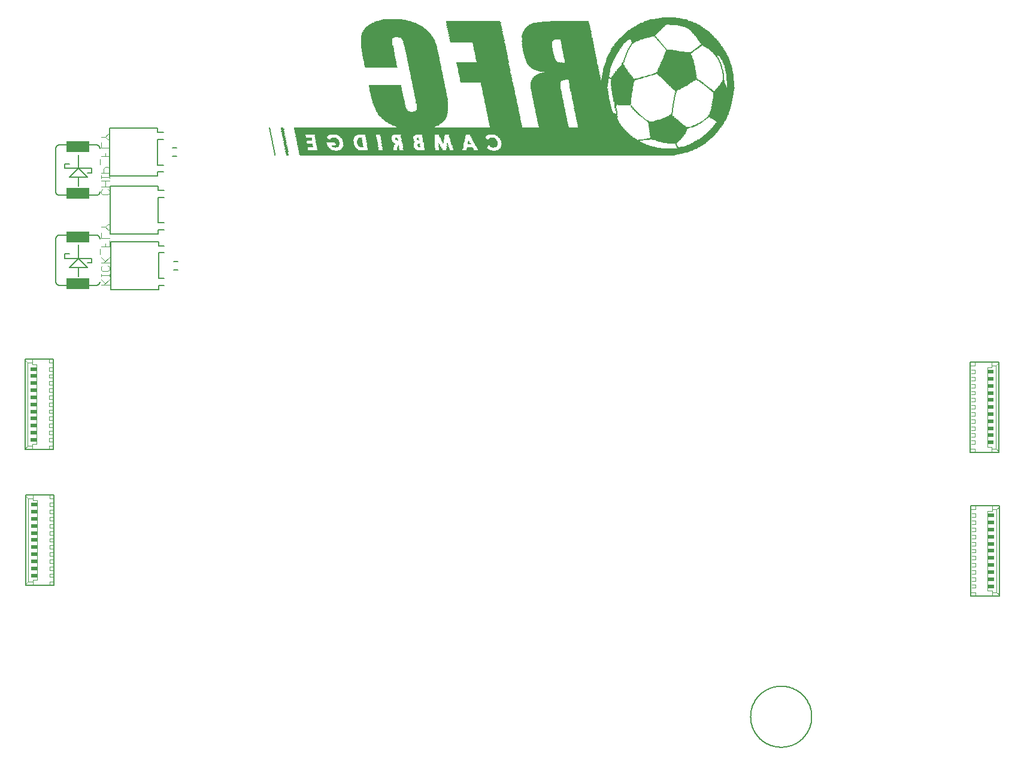
<source format=gbo>
G75*
%MOIN*%
%OFA0B0*%
%FSLAX25Y25*%
%IPPOS*%
%LPD*%
%AMOC8*
5,1,8,0,0,1.08239X$1,22.5*
%
%ADD10R,2.08750X0.00250*%
%ADD11R,0.01500X0.00250*%
%ADD12R,0.00500X0.00250*%
%ADD13R,2.09750X0.00250*%
%ADD14R,2.10500X0.00250*%
%ADD15R,2.11750X0.00250*%
%ADD16R,0.00750X0.00250*%
%ADD17R,2.13250X0.00250*%
%ADD18R,2.14500X0.00250*%
%ADD19R,2.15500X0.00250*%
%ADD20R,2.16500X0.00250*%
%ADD21R,2.17250X0.00250*%
%ADD22R,0.01750X0.00250*%
%ADD23R,2.18000X0.00250*%
%ADD24R,1.08750X0.00250*%
%ADD25R,0.86000X0.00250*%
%ADD26R,0.19750X0.00250*%
%ADD27R,1.08500X0.00250*%
%ADD28R,0.07000X0.00250*%
%ADD29R,0.04250X0.00250*%
%ADD30R,0.05000X0.00250*%
%ADD31R,0.02250X0.00250*%
%ADD32R,0.06000X0.00250*%
%ADD33R,0.08500X0.00250*%
%ADD34R,0.05750X0.00250*%
%ADD35R,0.06500X0.00250*%
%ADD36R,0.12000X0.00250*%
%ADD37R,0.05250X0.00250*%
%ADD38R,0.04000X0.00250*%
%ADD39R,0.02000X0.00250*%
%ADD40R,0.07500X0.00250*%
%ADD41R,0.06250X0.00250*%
%ADD42R,0.10250X0.00250*%
%ADD43R,0.08000X0.00250*%
%ADD44R,0.05500X0.00250*%
%ADD45R,1.09000X0.00250*%
%ADD46R,0.03750X0.00250*%
%ADD47R,0.01250X0.00250*%
%ADD48R,0.09500X0.00250*%
%ADD49R,1.09250X0.00250*%
%ADD50R,0.08750X0.00250*%
%ADD51R,0.07250X0.00250*%
%ADD52R,0.15750X0.00250*%
%ADD53R,0.92250X0.00250*%
%ADD54R,0.03500X0.00250*%
%ADD55R,0.06750X0.00250*%
%ADD56R,0.01000X0.00250*%
%ADD57R,0.08250X0.00250*%
%ADD58R,0.11500X0.00250*%
%ADD59R,0.89500X0.00250*%
%ADD60R,0.07750X0.00250*%
%ADD61R,0.87000X0.00250*%
%ADD62R,0.03000X0.00250*%
%ADD63R,0.10750X0.00250*%
%ADD64R,0.85750X0.00250*%
%ADD65R,0.09750X0.00250*%
%ADD66R,0.84500X0.00250*%
%ADD67R,0.03250X0.00250*%
%ADD68R,0.09000X0.00250*%
%ADD69R,0.83750X0.00250*%
%ADD70R,0.02500X0.00250*%
%ADD71R,0.82750X0.00250*%
%ADD72R,0.00250X0.00250*%
%ADD73R,0.81750X0.00250*%
%ADD74R,0.12500X0.00250*%
%ADD75R,0.81250X0.00250*%
%ADD76R,0.02750X0.00250*%
%ADD77R,0.80500X0.00250*%
%ADD78R,0.12750X0.00250*%
%ADD79R,0.79750X0.00250*%
%ADD80R,0.79500X0.00250*%
%ADD81R,0.13000X0.00250*%
%ADD82R,0.79000X0.00250*%
%ADD83R,0.78500X0.00250*%
%ADD84R,0.13250X0.00250*%
%ADD85R,0.78000X0.00250*%
%ADD86R,0.10500X0.00250*%
%ADD87R,0.77500X0.00250*%
%ADD88R,0.77250X0.00250*%
%ADD89R,0.13500X0.00250*%
%ADD90R,0.79250X0.00250*%
%ADD91R,0.14750X0.00250*%
%ADD92R,0.04750X0.00250*%
%ADD93R,0.76250X0.00250*%
%ADD94R,0.75750X0.00250*%
%ADD95R,0.04500X0.00250*%
%ADD96R,0.20750X0.00250*%
%ADD97R,0.19250X0.00250*%
%ADD98R,0.75250X0.00250*%
%ADD99R,0.17750X0.00250*%
%ADD100R,0.17500X0.00250*%
%ADD101R,0.75000X0.00250*%
%ADD102R,0.18000X0.00250*%
%ADD103R,0.18250X0.00250*%
%ADD104R,0.18500X0.00250*%
%ADD105R,0.74750X0.00250*%
%ADD106R,0.09250X0.00250*%
%ADD107R,0.19000X0.00250*%
%ADD108R,0.10000X0.00250*%
%ADD109R,0.11250X0.00250*%
%ADD110R,0.75500X0.00250*%
%ADD111R,0.85000X0.00250*%
%ADD112R,0.19500X0.00250*%
%ADD113R,1.86000X0.00250*%
%ADD114R,1.85750X0.00250*%
%ADD115R,1.85500X0.00250*%
%ADD116R,0.20000X0.00250*%
%ADD117R,1.85250X0.00250*%
%ADD118R,0.20250X0.00250*%
%ADD119R,0.20500X0.00250*%
%ADD120R,1.85000X0.00250*%
%ADD121R,1.84750X0.00250*%
%ADD122R,1.84500X0.00250*%
%ADD123R,1.84250X0.00250*%
%ADD124R,0.21000X0.00250*%
%ADD125R,1.84000X0.00250*%
%ADD126R,0.21500X0.00250*%
%ADD127R,1.83750X0.00250*%
%ADD128R,1.83500X0.00250*%
%ADD129R,0.22000X0.00250*%
%ADD130R,1.83250X0.00250*%
%ADD131R,0.23000X0.00250*%
%ADD132R,0.23750X0.00250*%
%ADD133R,0.24750X0.00250*%
%ADD134R,0.16750X0.00250*%
%ADD135R,0.24500X0.00250*%
%ADD136R,0.21250X0.00250*%
%ADD137R,0.22250X0.00250*%
%ADD138R,0.16500X0.00250*%
%ADD139R,0.23500X0.00250*%
%ADD140R,0.24250X0.00250*%
%ADD141R,0.24000X0.00250*%
%ADD142R,0.25750X0.00250*%
%ADD143R,0.26750X0.00250*%
%ADD144R,0.27500X0.00250*%
%ADD145R,0.18750X0.00250*%
%ADD146R,0.28250X0.00250*%
%ADD147R,0.29000X0.00250*%
%ADD148R,0.30000X0.00250*%
%ADD149R,0.23250X0.00250*%
%ADD150R,0.30750X0.00250*%
%ADD151R,0.31250X0.00250*%
%ADD152R,0.15250X0.00250*%
%ADD153R,0.32000X0.00250*%
%ADD154R,0.14250X0.00250*%
%ADD155R,0.32500X0.00250*%
%ADD156R,0.33250X0.00250*%
%ADD157R,0.11750X0.00250*%
%ADD158R,0.33750X0.00250*%
%ADD159R,0.34000X0.00250*%
%ADD160R,0.34500X0.00250*%
%ADD161R,0.35250X0.00250*%
%ADD162R,0.35500X0.00250*%
%ADD163R,0.36000X0.00250*%
%ADD164R,0.36250X0.00250*%
%ADD165R,0.11000X0.00250*%
%ADD166R,0.36750X0.00250*%
%ADD167R,0.37000X0.00250*%
%ADD168R,0.37500X0.00250*%
%ADD169R,0.37750X0.00250*%
%ADD170R,0.38000X0.00250*%
%ADD171R,0.38250X0.00250*%
%ADD172R,0.38500X0.00250*%
%ADD173R,0.38750X0.00250*%
%ADD174R,0.39250X0.00250*%
%ADD175R,0.39500X0.00250*%
%ADD176R,0.17250X0.00250*%
%ADD177R,0.12250X0.00250*%
%ADD178R,0.21750X0.00250*%
%ADD179R,0.16000X0.00250*%
%ADD180R,0.17000X0.00250*%
%ADD181R,0.29250X0.00250*%
%ADD182R,0.37250X0.00250*%
%ADD183R,0.36500X0.00250*%
%ADD184R,0.35750X0.00250*%
%ADD185R,0.34750X0.00250*%
%ADD186R,0.33500X0.00250*%
%ADD187R,0.32750X0.00250*%
%ADD188R,0.22750X0.00250*%
%ADD189R,0.31750X0.00250*%
%ADD190R,0.34250X0.00250*%
%ADD191R,0.35000X0.00250*%
%ADD192R,0.39000X0.00250*%
%ADD193R,0.16250X0.00250*%
%ADD194R,0.15000X0.00250*%
%ADD195R,0.14500X0.00250*%
%ADD196R,0.30250X0.00250*%
%ADD197R,0.30500X0.00250*%
%ADD198R,0.14000X0.00250*%
%ADD199R,0.15500X0.00250*%
%ADD200R,0.39750X0.00250*%
%ADD201R,0.33000X0.00250*%
%ADD202R,0.29750X0.00250*%
%ADD203R,0.26500X0.00250*%
%ADD204R,0.25500X0.00250*%
%ADD205R,0.31000X0.00250*%
%ADD206R,0.29500X0.00250*%
%ADD207R,0.28750X0.00250*%
%ADD208R,0.27250X0.00250*%
%ADD209R,0.26000X0.00250*%
%ADD210R,0.13750X0.00250*%
%ADD211C,0.00500*%
%ADD212C,0.00400*%
%ADD213R,0.12600X0.06000*%
%ADD214C,0.00600*%
%ADD215C,0.00800*%
%ADD216C,0.00200*%
%ADD217R,0.03445X0.01969*%
D10*
X0743583Y0392100D03*
D11*
X0733458Y0398600D03*
X0721708Y0396350D03*
X0721708Y0396100D03*
X0721708Y0395850D03*
X0717458Y0395850D03*
X0717458Y0396100D03*
X0718708Y0400600D03*
X0718708Y0400850D03*
X0705708Y0397100D03*
X0705458Y0397350D03*
X0705458Y0397600D03*
X0705458Y0397850D03*
X0705458Y0398100D03*
X0694208Y0395100D03*
X0693208Y0400850D03*
X0632458Y0392850D03*
X0632458Y0392600D03*
X0632458Y0392350D03*
X0632458Y0392100D03*
X0632208Y0393100D03*
X0632208Y0393350D03*
X0632208Y0393600D03*
X0632208Y0393850D03*
X0631958Y0394600D03*
X0631958Y0394850D03*
X0631958Y0395100D03*
X0631708Y0395850D03*
X0631708Y0396100D03*
X0631708Y0396350D03*
X0631458Y0396850D03*
X0631458Y0397100D03*
X0631458Y0397350D03*
X0631458Y0397600D03*
X0631208Y0398100D03*
X0631208Y0398350D03*
X0631208Y0398600D03*
X0631208Y0398850D03*
X0630958Y0399350D03*
X0630958Y0399600D03*
X0630958Y0399850D03*
X0630958Y0400100D03*
X0630708Y0400600D03*
X0630708Y0400850D03*
X0630708Y0401100D03*
X0630708Y0401350D03*
X0630458Y0401850D03*
X0630458Y0402100D03*
X0630458Y0402350D03*
X0630208Y0403100D03*
X0630208Y0403350D03*
X0630208Y0403600D03*
X0630208Y0403850D03*
X0629958Y0404350D03*
X0629958Y0404600D03*
X0629958Y0404850D03*
X0629708Y0405600D03*
X0629708Y0405850D03*
X0629708Y0406100D03*
X0629458Y0406850D03*
X0629458Y0407100D03*
X0629458Y0407350D03*
X0818958Y0442350D03*
X0848708Y0428100D03*
X0868958Y0427850D03*
X0874958Y0433100D03*
X0871458Y0447600D03*
X0861958Y0452850D03*
X0861708Y0452600D03*
X0857708Y0449600D03*
D12*
X0843208Y0451100D03*
X0842958Y0451350D03*
X0842708Y0451600D03*
X0841708Y0452850D03*
X0841458Y0453100D03*
X0840208Y0454600D03*
X0821208Y0448850D03*
X0820958Y0448600D03*
X0820958Y0448350D03*
X0820958Y0448100D03*
X0820708Y0447850D03*
X0820708Y0447600D03*
X0820708Y0447350D03*
X0820458Y0446850D03*
X0820458Y0446600D03*
X0820208Y0446100D03*
X0848208Y0425850D03*
X0848208Y0425600D03*
X0847958Y0425100D03*
X0847958Y0424850D03*
X0847958Y0424600D03*
X0847708Y0424100D03*
X0847708Y0423850D03*
X0847708Y0423600D03*
X0847708Y0423350D03*
X0847708Y0423100D03*
X0847458Y0422350D03*
X0847458Y0422100D03*
X0847458Y0421850D03*
X0847208Y0420850D03*
X0847208Y0420600D03*
X0847208Y0420350D03*
X0847208Y0420100D03*
X0846958Y0419100D03*
X0846958Y0418850D03*
X0846958Y0418600D03*
X0846708Y0417350D03*
X0846708Y0417100D03*
X0846708Y0416850D03*
X0846708Y0416600D03*
X0846458Y0415850D03*
X0846458Y0415600D03*
X0846458Y0415350D03*
X0831458Y0412100D03*
X0815708Y0415600D03*
X0815708Y0415850D03*
X0848708Y0398100D03*
X0848958Y0397600D03*
X0874958Y0435600D03*
X0874958Y0435850D03*
X0874958Y0436100D03*
X0874958Y0436350D03*
X0874958Y0436600D03*
X0874958Y0436850D03*
X0874958Y0437100D03*
X0874958Y0437350D03*
X0874958Y0437600D03*
X0874708Y0438100D03*
X0874708Y0438350D03*
X0874708Y0438600D03*
X0874708Y0438850D03*
X0874458Y0439600D03*
X0874458Y0439850D03*
X0874208Y0440350D03*
X0874208Y0440600D03*
X0874208Y0440850D03*
X0873958Y0441350D03*
X0873958Y0441600D03*
X0873708Y0442100D03*
X0873708Y0442350D03*
X0873708Y0442600D03*
X0873458Y0443100D03*
X0872708Y0444850D03*
X0872458Y0445350D03*
X0872208Y0445850D03*
X0871958Y0446350D03*
X0785208Y0443600D03*
X0721458Y0398600D03*
X0721458Y0398350D03*
X0721458Y0398100D03*
X0718958Y0399100D03*
X0716958Y0398100D03*
X0716958Y0397850D03*
X0705208Y0401600D03*
X0694208Y0397100D03*
X0694208Y0396850D03*
X0625458Y0392600D03*
X0625458Y0392350D03*
X0625458Y0392100D03*
X0625208Y0393600D03*
X0625208Y0393850D03*
X0624958Y0394850D03*
X0624958Y0395100D03*
X0624708Y0396100D03*
X0624708Y0396350D03*
X0624458Y0397100D03*
X0624458Y0397350D03*
X0624458Y0397600D03*
X0624208Y0398350D03*
X0624208Y0398600D03*
X0624208Y0398850D03*
X0623958Y0399600D03*
X0623958Y0399850D03*
X0623958Y0400100D03*
X0623708Y0400850D03*
X0623708Y0401100D03*
X0623708Y0401350D03*
X0623458Y0402100D03*
X0623458Y0402350D03*
X0623208Y0403350D03*
X0623208Y0403600D03*
X0623208Y0403850D03*
X0622958Y0404600D03*
X0622958Y0404850D03*
X0622708Y0405850D03*
X0622708Y0406100D03*
X0622458Y0406850D03*
X0622458Y0407100D03*
X0622458Y0407350D03*
D13*
X0744083Y0392350D03*
D14*
X0744208Y0392600D03*
D15*
X0744833Y0392850D03*
D16*
X0733333Y0399600D03*
X0721583Y0397850D03*
X0721583Y0397600D03*
X0721583Y0397350D03*
X0719083Y0399350D03*
X0717083Y0397350D03*
X0706083Y0396600D03*
X0705333Y0400600D03*
X0694333Y0396600D03*
X0693583Y0400350D03*
X0659083Y0396350D03*
X0625333Y0393350D03*
X0625333Y0393100D03*
X0625333Y0392850D03*
X0625083Y0394100D03*
X0625083Y0394350D03*
X0625083Y0394600D03*
X0624833Y0395350D03*
X0624833Y0395600D03*
X0624833Y0395850D03*
X0624583Y0396600D03*
X0624583Y0396850D03*
X0624333Y0397850D03*
X0624333Y0398100D03*
X0624083Y0399100D03*
X0624083Y0399350D03*
X0623833Y0400350D03*
X0623833Y0400600D03*
X0623583Y0401600D03*
X0623583Y0401850D03*
X0623333Y0402600D03*
X0623333Y0402850D03*
X0623333Y0403100D03*
X0623083Y0404100D03*
X0623083Y0404350D03*
X0622833Y0405100D03*
X0622833Y0405350D03*
X0622833Y0405600D03*
X0622583Y0406350D03*
X0622583Y0406600D03*
X0815333Y0417600D03*
X0815333Y0417850D03*
X0815333Y0418100D03*
X0815583Y0416850D03*
X0815583Y0416600D03*
X0815583Y0416350D03*
X0815583Y0416100D03*
X0815583Y0415350D03*
X0823583Y0419850D03*
X0823833Y0419600D03*
X0824083Y0419350D03*
X0824833Y0418350D03*
X0829333Y0413850D03*
X0829583Y0413600D03*
X0829833Y0413350D03*
X0830333Y0413100D03*
X0830583Y0412850D03*
X0830833Y0412600D03*
X0831083Y0412350D03*
X0831833Y0411850D03*
X0846333Y0415100D03*
X0846583Y0416100D03*
X0846583Y0416350D03*
X0846833Y0417600D03*
X0846833Y0417850D03*
X0846833Y0418100D03*
X0846833Y0418350D03*
X0847083Y0419350D03*
X0847083Y0419600D03*
X0847083Y0419850D03*
X0847333Y0421100D03*
X0847333Y0421350D03*
X0847333Y0421600D03*
X0847583Y0422600D03*
X0847583Y0422850D03*
X0847833Y0424350D03*
X0848083Y0425350D03*
X0848333Y0426100D03*
X0848333Y0426350D03*
X0848333Y0426600D03*
X0848583Y0427100D03*
X0848583Y0427350D03*
X0864833Y0431350D03*
X0865833Y0430600D03*
X0875083Y0433850D03*
X0875083Y0434100D03*
X0875083Y0434350D03*
X0875083Y0434600D03*
X0875083Y0434850D03*
X0875083Y0435100D03*
X0875083Y0435350D03*
X0874833Y0437850D03*
X0874583Y0439100D03*
X0874583Y0439350D03*
X0874333Y0440100D03*
X0874083Y0441100D03*
X0873833Y0441850D03*
X0873583Y0442850D03*
X0873333Y0443350D03*
X0873333Y0443600D03*
X0873083Y0443850D03*
X0873083Y0444100D03*
X0872833Y0444350D03*
X0872833Y0444600D03*
X0872583Y0445100D03*
X0872333Y0445600D03*
X0872083Y0446100D03*
X0871833Y0446600D03*
X0842583Y0451850D03*
X0842333Y0452100D03*
X0842083Y0452350D03*
X0841833Y0452600D03*
X0841333Y0453350D03*
X0841083Y0453600D03*
X0840833Y0453850D03*
X0840583Y0454100D03*
X0840333Y0454350D03*
X0840083Y0454850D03*
X0839833Y0455100D03*
X0839583Y0455350D03*
X0839333Y0455600D03*
X0839083Y0455850D03*
X0838583Y0456600D03*
X0838333Y0456850D03*
X0838083Y0457100D03*
X0837833Y0457350D03*
X0837583Y0457600D03*
X0837333Y0458100D03*
X0824083Y0454100D03*
X0823833Y0453850D03*
X0823833Y0453600D03*
X0823583Y0453350D03*
X0823333Y0453100D03*
X0823333Y0452850D03*
X0823083Y0452600D03*
X0823083Y0452350D03*
X0822833Y0452100D03*
X0822833Y0451850D03*
X0822583Y0451600D03*
X0822333Y0451100D03*
X0822083Y0450850D03*
X0822083Y0450600D03*
X0821833Y0450350D03*
X0821833Y0450100D03*
X0821583Y0449850D03*
X0821583Y0449600D03*
X0821333Y0449350D03*
X0821333Y0449100D03*
X0820583Y0447100D03*
X0820333Y0446350D03*
X0820083Y0445850D03*
X0820083Y0445600D03*
X0820083Y0445350D03*
X0819833Y0445100D03*
X0819833Y0444850D03*
X0819833Y0444600D03*
X0819583Y0444350D03*
X0819583Y0444100D03*
X0864083Y0411350D03*
X0864583Y0411600D03*
X0864833Y0411850D03*
X0865833Y0412600D03*
X0848583Y0398350D03*
X0848833Y0397850D03*
X0849083Y0397350D03*
X0849333Y0397100D03*
D17*
X0745583Y0393100D03*
D18*
X0746208Y0393350D03*
D19*
X0746708Y0393600D03*
D20*
X0746958Y0393850D03*
D21*
X0747333Y0394100D03*
D22*
X0746333Y0401850D03*
X0733583Y0398350D03*
X0717583Y0395600D03*
X0717583Y0395350D03*
X0694083Y0394850D03*
X0673083Y0401600D03*
X0658333Y0401850D03*
X0631833Y0395600D03*
X0631833Y0395350D03*
X0632083Y0394350D03*
X0632083Y0394100D03*
X0631583Y0396600D03*
X0631333Y0397850D03*
X0631083Y0399100D03*
X0630833Y0400350D03*
X0630583Y0401600D03*
X0630333Y0402600D03*
X0630333Y0402850D03*
X0630083Y0404100D03*
X0629833Y0405100D03*
X0629833Y0405350D03*
X0629583Y0406350D03*
X0629583Y0406600D03*
X0819083Y0442100D03*
X0825083Y0455100D03*
X0874833Y0432850D03*
X0874833Y0432600D03*
X0859583Y0408850D03*
X0859083Y0408600D03*
X0858583Y0408350D03*
X0845833Y0414350D03*
D23*
X0747708Y0394350D03*
D24*
X0802833Y0394600D03*
D25*
X0703458Y0394600D03*
D26*
X0703833Y0407600D03*
X0648583Y0394600D03*
X0646583Y0403600D03*
X0843333Y0408850D03*
X0844083Y0404350D03*
X0844083Y0404100D03*
X0850333Y0435350D03*
X0849333Y0441350D03*
X0849333Y0441600D03*
X0849333Y0441850D03*
D27*
X0804208Y0395100D03*
X0803708Y0394850D03*
D28*
X0820208Y0420100D03*
X0818458Y0438600D03*
X0873458Y0448350D03*
X0873708Y0448100D03*
X0863208Y0400100D03*
X0741958Y0394850D03*
X0740708Y0397350D03*
X0727208Y0398350D03*
X0727208Y0398600D03*
X0727208Y0398850D03*
X0710958Y0402100D03*
X0710958Y0402350D03*
X0710958Y0402600D03*
X0710958Y0402850D03*
X0710958Y0403100D03*
X0710958Y0403350D03*
X0699208Y0402600D03*
X0699208Y0402350D03*
X0699208Y0402100D03*
X0699458Y0400350D03*
X0699458Y0400100D03*
X0699708Y0399850D03*
X0699708Y0399350D03*
X0700208Y0395600D03*
X0700458Y0395350D03*
X0688458Y0397350D03*
X0688458Y0397600D03*
X0688458Y0397850D03*
X0688208Y0399100D03*
X0687458Y0403100D03*
X0665958Y0401600D03*
X0666708Y0396600D03*
X0652458Y0395850D03*
X0651458Y0401350D03*
X0651208Y0402600D03*
D29*
X0658333Y0400850D03*
X0734083Y0394850D03*
X0747083Y0397350D03*
X0809583Y0435600D03*
X0810833Y0442100D03*
X0811083Y0442850D03*
X0811333Y0443350D03*
X0811583Y0444100D03*
X0811833Y0444350D03*
X0811833Y0444600D03*
X0811833Y0444850D03*
X0812083Y0445350D03*
X0876333Y0445100D03*
X0876333Y0444850D03*
X0876583Y0444600D03*
X0876583Y0444350D03*
X0876833Y0443850D03*
X0876833Y0443600D03*
X0877083Y0443350D03*
X0877083Y0443100D03*
X0877083Y0442850D03*
X0877333Y0442600D03*
X0877333Y0442350D03*
X0877583Y0442100D03*
X0877583Y0441850D03*
X0877583Y0441600D03*
X0877833Y0441350D03*
X0877833Y0441100D03*
X0877833Y0440850D03*
X0878083Y0440350D03*
X0878083Y0440100D03*
X0878333Y0438850D03*
X0873333Y0410350D03*
D30*
X0873458Y0411100D03*
X0870708Y0406850D03*
X0870458Y0406600D03*
X0869958Y0406100D03*
X0869958Y0405850D03*
X0831708Y0400850D03*
X0818708Y0440100D03*
X0814708Y0450350D03*
X0814958Y0450850D03*
X0815208Y0451350D03*
X0815458Y0451600D03*
X0815708Y0452100D03*
X0815958Y0452350D03*
X0816208Y0452850D03*
X0816708Y0453350D03*
X0817208Y0454100D03*
X0817458Y0454350D03*
X0817708Y0454600D03*
X0875208Y0447350D03*
X0727458Y0395350D03*
X0727458Y0395100D03*
X0727458Y0394850D03*
D31*
X0721833Y0394850D03*
X0717583Y0394850D03*
X0718583Y0401600D03*
X0718583Y0401850D03*
X0747333Y0396600D03*
X0829833Y0435350D03*
X0831583Y0435850D03*
X0833333Y0436350D03*
X0835083Y0436850D03*
X0836833Y0437350D03*
X0848833Y0428350D03*
X0845833Y0414100D03*
X0874833Y0432350D03*
X0672833Y0401350D03*
X0672833Y0401100D03*
X0660333Y0398350D03*
X0660333Y0398100D03*
X0659083Y0396600D03*
D32*
X0651708Y0397350D03*
X0651458Y0397850D03*
X0651458Y0398100D03*
X0651458Y0398350D03*
X0651208Y0399100D03*
X0666208Y0399850D03*
X0666208Y0400100D03*
X0666208Y0400350D03*
X0666458Y0398350D03*
X0666458Y0398100D03*
X0666458Y0397850D03*
X0687458Y0400600D03*
X0687458Y0400850D03*
X0687458Y0401100D03*
X0687458Y0401350D03*
X0688208Y0395600D03*
X0699458Y0397850D03*
X0699708Y0396850D03*
X0711458Y0396850D03*
X0711458Y0397100D03*
X0711458Y0397350D03*
X0711458Y0397600D03*
X0711458Y0396600D03*
X0711458Y0396350D03*
X0711708Y0394850D03*
X0727208Y0396850D03*
X0740958Y0395850D03*
X0741208Y0395600D03*
X0819958Y0456850D03*
X0849208Y0429600D03*
X0865958Y0402100D03*
X0865708Y0401850D03*
X0864958Y0401350D03*
D33*
X0872708Y0412600D03*
X0870958Y0451350D03*
X0739458Y0400850D03*
X0726958Y0401350D03*
X0726958Y0401600D03*
X0726958Y0401850D03*
X0700958Y0394850D03*
X0665708Y0402600D03*
X0653208Y0394850D03*
X0642458Y0396600D03*
X0642458Y0396850D03*
X0642458Y0397100D03*
X0642208Y0397600D03*
X0642208Y0397850D03*
X0642208Y0398100D03*
X0642208Y0398350D03*
X0641708Y0400350D03*
X0641708Y0400600D03*
X0641708Y0400850D03*
X0641708Y0401100D03*
D34*
X0640333Y0400100D03*
X0640083Y0401850D03*
X0639833Y0402350D03*
X0639833Y0402600D03*
X0639833Y0402850D03*
X0651333Y0398850D03*
X0651333Y0398600D03*
X0666333Y0398600D03*
X0666333Y0398850D03*
X0666333Y0399100D03*
X0666333Y0399350D03*
X0666333Y0399600D03*
X0688333Y0395350D03*
X0688333Y0395100D03*
X0688333Y0394850D03*
X0711583Y0395100D03*
X0711583Y0395350D03*
X0711583Y0395600D03*
X0711583Y0395850D03*
X0711583Y0396100D03*
X0727333Y0396100D03*
X0727333Y0396350D03*
X0727333Y0396600D03*
X0740583Y0396600D03*
X0740583Y0396350D03*
X0818583Y0439600D03*
X0819333Y0456350D03*
X0819583Y0456600D03*
X0846083Y0450350D03*
X0873333Y0411350D03*
X0867333Y0403350D03*
X0867083Y0403100D03*
X0866833Y0402850D03*
X0866583Y0402600D03*
X0866333Y0402350D03*
D35*
X0864208Y0400850D03*
X0849458Y0429850D03*
X0741708Y0395100D03*
X0740708Y0397100D03*
X0727208Y0397600D03*
X0727208Y0397850D03*
X0727208Y0398100D03*
X0711208Y0399350D03*
X0711208Y0399600D03*
X0711208Y0399850D03*
X0711208Y0400100D03*
X0711208Y0400350D03*
X0711208Y0400600D03*
X0699458Y0398850D03*
X0699458Y0398600D03*
X0699958Y0396100D03*
X0699208Y0401350D03*
X0687958Y0399350D03*
X0688458Y0396850D03*
X0688458Y0396600D03*
X0687458Y0402600D03*
X0679458Y0399350D03*
X0679708Y0397850D03*
X0679708Y0397600D03*
X0679958Y0396350D03*
X0680208Y0394850D03*
X0665958Y0401100D03*
X0665958Y0401350D03*
X0651208Y0401850D03*
X0650958Y0402100D03*
X0651958Y0396600D03*
D36*
X0667208Y0394850D03*
X0818458Y0429350D03*
X0818708Y0429600D03*
X0818708Y0429850D03*
X0855208Y0396350D03*
X0874708Y0427600D03*
D37*
X0849083Y0429350D03*
X0818583Y0439850D03*
X0815583Y0451850D03*
X0816083Y0452600D03*
X0817833Y0454850D03*
X0818083Y0455100D03*
X0818333Y0455350D03*
X0818583Y0455600D03*
X0818833Y0455850D03*
X0869333Y0405350D03*
X0869583Y0405600D03*
X0727333Y0395850D03*
X0727333Y0395600D03*
X0641333Y0394850D03*
X0641083Y0395850D03*
X0641083Y0396100D03*
D38*
X0658958Y0397350D03*
X0658458Y0401100D03*
X0734208Y0395100D03*
X0746458Y0401100D03*
X0809458Y0436350D03*
X0809708Y0437350D03*
X0809708Y0437600D03*
X0809708Y0437850D03*
X0809958Y0438350D03*
X0809958Y0438600D03*
X0809958Y0438850D03*
X0809958Y0439100D03*
X0809958Y0439350D03*
X0810208Y0439600D03*
X0810208Y0439850D03*
X0810208Y0440100D03*
X0810208Y0440350D03*
X0810458Y0440600D03*
X0810458Y0440850D03*
X0810458Y0441100D03*
X0810458Y0441350D03*
X0810708Y0441600D03*
X0810708Y0441850D03*
X0810958Y0442350D03*
X0810958Y0442600D03*
X0811208Y0443100D03*
X0811458Y0443600D03*
X0811458Y0443850D03*
X0818708Y0440600D03*
X0825708Y0455850D03*
X0877958Y0440600D03*
X0878208Y0439850D03*
X0878208Y0439600D03*
X0878208Y0439350D03*
X0878208Y0439100D03*
X0878458Y0438600D03*
X0878458Y0438350D03*
X0878458Y0438100D03*
X0878458Y0437850D03*
X0878458Y0437600D03*
X0878708Y0436850D03*
X0878708Y0436600D03*
X0878708Y0436350D03*
X0879208Y0431350D03*
X0879208Y0431100D03*
X0879208Y0430850D03*
X0879208Y0430600D03*
X0879208Y0430350D03*
X0879208Y0430100D03*
X0874458Y0430600D03*
D39*
X0857958Y0408100D03*
X0835958Y0437100D03*
X0834208Y0436600D03*
X0832458Y0436100D03*
X0818958Y0441850D03*
X0721708Y0395600D03*
X0721708Y0395350D03*
X0721708Y0395100D03*
X0717708Y0395100D03*
X0718708Y0401100D03*
X0718708Y0401350D03*
X0673708Y0396850D03*
X0660208Y0397600D03*
X0660208Y0397850D03*
D40*
X0666708Y0396350D03*
X0652708Y0395350D03*
X0651708Y0401100D03*
X0651458Y0403100D03*
X0687708Y0403350D03*
X0688458Y0398600D03*
X0699208Y0402850D03*
X0700708Y0395100D03*
X0727208Y0399600D03*
X0818458Y0438350D03*
X0846708Y0450100D03*
X0872458Y0449600D03*
X0872708Y0449350D03*
X0872958Y0449100D03*
X0849458Y0430100D03*
X0872958Y0412100D03*
X0862458Y0399600D03*
X0861708Y0399100D03*
D41*
X0864583Y0401100D03*
X0865333Y0401600D03*
X0873083Y0411600D03*
X0845083Y0412850D03*
X0818583Y0439100D03*
X0818583Y0439350D03*
X0826583Y0456600D03*
X0740583Y0396850D03*
X0741333Y0395350D03*
X0727333Y0397100D03*
X0727333Y0397350D03*
X0711333Y0397850D03*
X0711333Y0398100D03*
X0711333Y0398350D03*
X0711333Y0398600D03*
X0711333Y0398850D03*
X0711333Y0399100D03*
X0699833Y0396600D03*
X0699833Y0396350D03*
X0699583Y0397100D03*
X0699583Y0397350D03*
X0699583Y0397600D03*
X0699583Y0398100D03*
X0699583Y0398350D03*
X0688333Y0396350D03*
X0688333Y0396100D03*
X0688333Y0395850D03*
X0687833Y0399600D03*
X0687833Y0399850D03*
X0687583Y0400100D03*
X0687583Y0400350D03*
X0687333Y0401600D03*
X0687333Y0401850D03*
X0687333Y0402100D03*
X0687333Y0402350D03*
X0679333Y0400600D03*
X0679333Y0400350D03*
X0679333Y0400100D03*
X0679333Y0399850D03*
X0679333Y0399600D03*
X0679583Y0399100D03*
X0679583Y0398850D03*
X0679583Y0398600D03*
X0679583Y0398350D03*
X0679583Y0398100D03*
X0679833Y0397350D03*
X0679833Y0397100D03*
X0679833Y0396850D03*
X0679833Y0396600D03*
X0680083Y0396100D03*
X0680083Y0395850D03*
X0680083Y0395600D03*
X0680083Y0395350D03*
X0680083Y0395100D03*
X0679083Y0400850D03*
X0679083Y0401100D03*
X0679083Y0401350D03*
X0679083Y0401600D03*
X0679083Y0401850D03*
X0679083Y0402100D03*
X0678833Y0402350D03*
X0678833Y0402600D03*
X0678833Y0402850D03*
X0678833Y0403100D03*
X0678833Y0403350D03*
X0666083Y0400850D03*
X0666083Y0400600D03*
X0666583Y0397600D03*
X0666583Y0397350D03*
X0651833Y0397100D03*
X0651833Y0396850D03*
X0651583Y0397600D03*
X0691333Y0467850D03*
D42*
X0666833Y0395100D03*
X0818833Y0423100D03*
X0818833Y0423350D03*
X0818833Y0423600D03*
X0818833Y0423850D03*
X0818833Y0424100D03*
X0818583Y0436600D03*
X0858083Y0463600D03*
X0865333Y0457350D03*
X0866083Y0456600D03*
X0868833Y0453100D03*
X0876083Y0428850D03*
X0875833Y0428600D03*
D43*
X0871708Y0450600D03*
X0871458Y0450850D03*
X0845458Y0399100D03*
X0738958Y0401350D03*
X0726958Y0400600D03*
X0665708Y0402350D03*
X0652958Y0395100D03*
X0651708Y0403350D03*
D44*
X0640458Y0399850D03*
X0640458Y0399600D03*
X0640458Y0399350D03*
X0640458Y0399100D03*
X0640458Y0398850D03*
X0640708Y0398600D03*
X0640958Y0396350D03*
X0641208Y0395600D03*
X0641208Y0395350D03*
X0641208Y0395100D03*
X0639958Y0402100D03*
X0639708Y0403100D03*
X0639708Y0403350D03*
X0740708Y0396100D03*
X0818958Y0456100D03*
X0826208Y0456350D03*
X0845208Y0413100D03*
X0846458Y0398850D03*
X0867708Y0403600D03*
X0867958Y0403850D03*
X0868208Y0404100D03*
X0868458Y0404350D03*
X0868708Y0404600D03*
X0868958Y0404850D03*
X0869208Y0405100D03*
D45*
X0804708Y0395350D03*
D46*
X0845583Y0413600D03*
X0849083Y0428850D03*
X0845083Y0450600D03*
X0818833Y0440850D03*
X0809833Y0438100D03*
X0809583Y0437100D03*
X0809583Y0436850D03*
X0809583Y0436600D03*
X0809333Y0436100D03*
X0809333Y0435850D03*
X0809333Y0434850D03*
X0809083Y0434600D03*
X0809083Y0434350D03*
X0809083Y0434100D03*
X0809083Y0433850D03*
X0809083Y0433600D03*
X0809083Y0433350D03*
X0747083Y0397100D03*
X0734083Y0395600D03*
X0734083Y0395350D03*
X0659083Y0397100D03*
X0874583Y0430850D03*
X0879083Y0431600D03*
X0879083Y0431850D03*
X0879083Y0432100D03*
X0879083Y0432350D03*
X0879083Y0432600D03*
X0879083Y0432850D03*
X0879083Y0433100D03*
X0879083Y0433350D03*
X0878833Y0433850D03*
X0878833Y0434100D03*
X0878833Y0434350D03*
X0878833Y0434600D03*
X0878833Y0434850D03*
X0878833Y0435100D03*
X0878833Y0435350D03*
X0878833Y0435600D03*
X0878833Y0435850D03*
X0878833Y0436100D03*
X0878583Y0437100D03*
X0878583Y0437350D03*
D47*
X0875083Y0433600D03*
X0875083Y0433350D03*
X0868583Y0428100D03*
X0868333Y0428350D03*
X0868083Y0428600D03*
X0867833Y0428850D03*
X0867583Y0429100D03*
X0864083Y0431850D03*
X0863333Y0432350D03*
X0863083Y0432600D03*
X0862333Y0433100D03*
X0861583Y0433600D03*
X0861083Y0433850D03*
X0860833Y0434100D03*
X0859083Y0450600D03*
X0859833Y0451100D03*
X0860083Y0451350D03*
X0860333Y0451600D03*
X0860833Y0451850D03*
X0861083Y0452100D03*
X0861333Y0452350D03*
X0862333Y0453100D03*
X0843833Y0450850D03*
X0824833Y0454850D03*
X0824583Y0454600D03*
X0824333Y0454350D03*
X0815083Y0420100D03*
X0815083Y0419850D03*
X0815083Y0419600D03*
X0832583Y0411350D03*
X0833083Y0411100D03*
X0833333Y0410850D03*
X0846083Y0414600D03*
X0860083Y0409100D03*
X0860583Y0409350D03*
X0861083Y0409600D03*
X0861583Y0409850D03*
X0862083Y0410100D03*
X0862583Y0410350D03*
X0733583Y0398850D03*
X0721583Y0396850D03*
X0721583Y0396600D03*
X0717333Y0396600D03*
X0717333Y0396350D03*
X0718833Y0400100D03*
X0718833Y0400350D03*
X0705583Y0398350D03*
X0705833Y0396850D03*
X0694083Y0395600D03*
X0694083Y0395350D03*
X0693333Y0400600D03*
X0693083Y0401100D03*
X0693083Y0401350D03*
X0674083Y0396600D03*
D48*
X0666958Y0395350D03*
X0726958Y0403100D03*
X0726958Y0403350D03*
X0738708Y0403100D03*
X0818958Y0420850D03*
X0818958Y0421100D03*
X0818958Y0421350D03*
X0818958Y0421600D03*
X0818958Y0421850D03*
X0844958Y0399350D03*
X0876458Y0429600D03*
X0863208Y0459850D03*
X0861708Y0461350D03*
X0861458Y0461600D03*
X0859208Y0463100D03*
D49*
X0805083Y0395600D03*
D50*
X0858583Y0397350D03*
X0859083Y0397600D03*
X0818583Y0437600D03*
X0738583Y0402600D03*
X0666833Y0395600D03*
X0641583Y0401350D03*
X0641583Y0401600D03*
D51*
X0651333Y0402850D03*
X0652583Y0395600D03*
X0665833Y0401850D03*
X0688333Y0398850D03*
X0688583Y0398350D03*
X0688583Y0398100D03*
X0699833Y0399600D03*
X0727083Y0399350D03*
X0727083Y0399100D03*
X0826833Y0456850D03*
X0873083Y0448850D03*
X0873333Y0448600D03*
X0845083Y0412600D03*
X0862083Y0399350D03*
X0862833Y0399850D03*
D52*
X0852333Y0395850D03*
X0843333Y0400850D03*
X0849583Y0447100D03*
X0849583Y0447350D03*
X0835333Y0464850D03*
X0691333Y0467100D03*
D53*
X0796833Y0395850D03*
D54*
X0746458Y0401350D03*
X0733958Y0396100D03*
X0733958Y0395850D03*
X0658208Y0401350D03*
X0878958Y0433600D03*
D55*
X0873833Y0447850D03*
X0873083Y0411850D03*
X0863833Y0400600D03*
X0863583Y0400350D03*
X0818583Y0438850D03*
X0711083Y0401850D03*
X0711083Y0401600D03*
X0711083Y0401350D03*
X0711083Y0401100D03*
X0711083Y0400850D03*
X0699583Y0399100D03*
X0699333Y0400600D03*
X0699333Y0400850D03*
X0699333Y0401100D03*
X0699083Y0401600D03*
X0699083Y0401850D03*
X0700083Y0395850D03*
X0688333Y0397100D03*
X0687333Y0402850D03*
X0666583Y0397100D03*
X0666583Y0396850D03*
X0652333Y0396100D03*
X0652083Y0396350D03*
X0651333Y0401600D03*
X0651083Y0402350D03*
D56*
X0693208Y0401600D03*
X0694208Y0396350D03*
X0694208Y0396100D03*
X0694208Y0395850D03*
X0705208Y0400850D03*
X0705208Y0401100D03*
X0705208Y0401350D03*
X0716958Y0397600D03*
X0717208Y0397100D03*
X0717208Y0396850D03*
X0718958Y0399600D03*
X0718958Y0399850D03*
X0721458Y0397100D03*
X0733458Y0399100D03*
X0733458Y0399350D03*
X0747208Y0396350D03*
X0815458Y0417100D03*
X0815458Y0417350D03*
X0815208Y0418350D03*
X0815208Y0418600D03*
X0815208Y0418850D03*
X0815208Y0419100D03*
X0815208Y0419350D03*
X0824208Y0419100D03*
X0824458Y0418850D03*
X0824708Y0418600D03*
X0824958Y0418100D03*
X0825208Y0417850D03*
X0825458Y0417600D03*
X0825708Y0417350D03*
X0825958Y0417100D03*
X0826208Y0416850D03*
X0826458Y0416600D03*
X0826708Y0416350D03*
X0826958Y0416100D03*
X0827208Y0415850D03*
X0827458Y0415600D03*
X0827708Y0415350D03*
X0827958Y0415100D03*
X0828208Y0414850D03*
X0828458Y0414600D03*
X0828708Y0414350D03*
X0828958Y0414100D03*
X0832208Y0411600D03*
X0846208Y0414850D03*
X0848458Y0426850D03*
X0848708Y0427600D03*
X0848708Y0427850D03*
X0861958Y0433350D03*
X0862708Y0432850D03*
X0863708Y0432100D03*
X0864458Y0431600D03*
X0865208Y0431100D03*
X0865458Y0430850D03*
X0865958Y0430350D03*
X0866458Y0430100D03*
X0866708Y0429850D03*
X0866958Y0429600D03*
X0867208Y0429350D03*
X0866458Y0413100D03*
X0866208Y0412850D03*
X0865458Y0412350D03*
X0865208Y0412100D03*
X0863708Y0411100D03*
X0863208Y0410850D03*
X0862958Y0410600D03*
X0849458Y0396850D03*
X0849708Y0396600D03*
X0818958Y0442600D03*
X0818958Y0442850D03*
X0819208Y0443100D03*
X0819208Y0443350D03*
X0819458Y0443600D03*
X0819458Y0443850D03*
X0822458Y0451350D03*
X0837458Y0457850D03*
X0838708Y0456350D03*
X0838958Y0456100D03*
X0858208Y0449850D03*
X0858458Y0450100D03*
X0858708Y0450350D03*
X0859458Y0450850D03*
X0871458Y0447350D03*
X0871458Y0447100D03*
X0871708Y0446850D03*
D57*
X0871083Y0451100D03*
X0849583Y0430350D03*
X0844833Y0412350D03*
X0859583Y0397850D03*
X0860083Y0398100D03*
X0818583Y0437850D03*
X0844833Y0468600D03*
X0738583Y0402350D03*
X0739333Y0401100D03*
X0727083Y0401100D03*
X0727083Y0400850D03*
X0699583Y0403350D03*
X0666833Y0395850D03*
X0642333Y0397350D03*
D58*
X0844458Y0399850D03*
X0854958Y0396100D03*
X0874958Y0427100D03*
X0867958Y0453600D03*
D59*
X0795708Y0396100D03*
D60*
X0738833Y0401600D03*
X0738583Y0401850D03*
X0738583Y0402100D03*
X0727083Y0400350D03*
X0727083Y0400100D03*
X0727083Y0399850D03*
X0699333Y0403100D03*
X0666833Y0396100D03*
X0665833Y0402100D03*
X0651833Y0400850D03*
X0818583Y0438100D03*
X0871833Y0450350D03*
X0872083Y0450100D03*
X0872333Y0449850D03*
X0872833Y0412350D03*
X0861333Y0398850D03*
X0861083Y0398600D03*
X0860583Y0398350D03*
D61*
X0794708Y0396350D03*
D62*
X0847458Y0398600D03*
X0845708Y0413850D03*
X0733958Y0396350D03*
X0718458Y0402600D03*
X0718458Y0402850D03*
X0672958Y0398600D03*
X0672958Y0398350D03*
X0672958Y0398100D03*
X0672708Y0398850D03*
X0672708Y0399100D03*
X0672708Y0399350D03*
X0672708Y0399600D03*
X0672708Y0399850D03*
X0672708Y0400100D03*
D63*
X0818583Y0425600D03*
X0856333Y0396600D03*
X0871833Y0413600D03*
X0872083Y0414100D03*
X0872333Y0414600D03*
X0872583Y0414850D03*
X0872583Y0415100D03*
X0872583Y0415350D03*
X0872833Y0415600D03*
X0872833Y0415850D03*
X0872833Y0416100D03*
X0873083Y0416350D03*
X0873083Y0416600D03*
X0873083Y0416850D03*
X0873333Y0417100D03*
X0873333Y0417350D03*
X0873333Y0417600D03*
X0873583Y0418100D03*
X0873583Y0418350D03*
X0873833Y0418850D03*
X0873833Y0419100D03*
X0874083Y0419600D03*
X0874083Y0419850D03*
X0874083Y0420100D03*
X0874333Y0420850D03*
X0874333Y0421100D03*
X0874833Y0423600D03*
X0874833Y0423850D03*
X0875333Y0427850D03*
X0875583Y0428100D03*
X0868083Y0453850D03*
X0867833Y0454350D03*
X0867083Y0455350D03*
X0857583Y0463850D03*
D64*
X0794083Y0396600D03*
D65*
X0818833Y0422100D03*
X0818833Y0422350D03*
X0818833Y0422600D03*
X0818833Y0422850D03*
X0818583Y0436850D03*
X0849833Y0430850D03*
X0876333Y0429350D03*
X0869833Y0452350D03*
X0864583Y0458350D03*
X0864333Y0458600D03*
X0864083Y0458850D03*
X0863833Y0459100D03*
X0863583Y0459350D03*
X0863333Y0459600D03*
X0862833Y0460100D03*
X0862833Y0460350D03*
X0862333Y0460850D03*
X0862083Y0461100D03*
X0857083Y0396850D03*
D66*
X0793708Y0396850D03*
D67*
X0747083Y0396850D03*
X0718333Y0403100D03*
X0718333Y0403350D03*
X0659083Y0396850D03*
X0818833Y0441100D03*
X0825333Y0455600D03*
X0848833Y0428600D03*
X0874583Y0431100D03*
X0874583Y0431350D03*
D68*
X0872458Y0412850D03*
X0857958Y0397100D03*
X0818958Y0420350D03*
X0818958Y0420600D03*
X0818458Y0437350D03*
X0847458Y0449850D03*
X0860458Y0462350D03*
X0870458Y0451850D03*
X0870708Y0451600D03*
X0849708Y0430600D03*
X0738708Y0402850D03*
X0726958Y0402600D03*
X0726958Y0402350D03*
X0726958Y0402100D03*
X0665708Y0402850D03*
D69*
X0793333Y0397100D03*
D70*
X0827958Y0434850D03*
X0828958Y0435100D03*
X0830708Y0435600D03*
X0818958Y0441600D03*
X0825208Y0455350D03*
X0874708Y0432100D03*
X0874708Y0431850D03*
X0718458Y0402350D03*
X0718458Y0402100D03*
X0673458Y0397100D03*
X0673208Y0397350D03*
X0673208Y0397600D03*
X0672708Y0400850D03*
X0660208Y0399100D03*
X0660208Y0398850D03*
X0660208Y0398600D03*
D71*
X0792833Y0397350D03*
D72*
X0733333Y0399850D03*
X0733333Y0400100D03*
X0721333Y0398850D03*
X0719083Y0398850D03*
X0719083Y0398600D03*
X0716833Y0398600D03*
X0716833Y0398350D03*
X0705583Y0400350D03*
X0694333Y0397600D03*
X0694333Y0397350D03*
D73*
X0792333Y0397600D03*
D74*
X0818708Y0430850D03*
X0818708Y0431100D03*
X0818708Y0431350D03*
X0818708Y0431600D03*
X0818708Y0431850D03*
X0844208Y0400100D03*
X0855958Y0464350D03*
X0743208Y0397850D03*
X0743208Y0397600D03*
D75*
X0792083Y0397850D03*
D76*
X0746333Y0401600D03*
X0673083Y0397850D03*
X0672583Y0400350D03*
X0672583Y0400600D03*
X0658333Y0401600D03*
X0818833Y0441350D03*
X0827083Y0434600D03*
X0874583Y0431600D03*
D77*
X0791708Y0398100D03*
D78*
X0818833Y0432100D03*
X0818833Y0432350D03*
X0818833Y0432600D03*
X0743083Y0398350D03*
X0743083Y0398100D03*
X0654583Y0400350D03*
X0654333Y0400600D03*
D79*
X0791583Y0398350D03*
D80*
X0791208Y0398600D03*
D81*
X0818958Y0432850D03*
X0818958Y0433100D03*
X0850208Y0432100D03*
X0843708Y0411350D03*
X0742958Y0398850D03*
X0742958Y0398600D03*
X0654708Y0399600D03*
X0654708Y0399850D03*
X0654708Y0400100D03*
D82*
X0790958Y0398850D03*
D83*
X0790708Y0399100D03*
D84*
X0819083Y0433350D03*
X0819083Y0433600D03*
X0818833Y0434600D03*
X0742833Y0399350D03*
X0742833Y0399100D03*
X0742583Y0399600D03*
X0742083Y0400600D03*
X0654833Y0399350D03*
D85*
X0790458Y0399350D03*
D86*
X0818708Y0424350D03*
X0818708Y0424600D03*
X0818708Y0424850D03*
X0818708Y0425100D03*
X0818708Y0425350D03*
X0818708Y0436350D03*
X0849958Y0431100D03*
X0847958Y0449600D03*
X0865708Y0457100D03*
X0865958Y0456850D03*
X0866208Y0456350D03*
X0866458Y0456100D03*
X0866708Y0455850D03*
X0866958Y0455600D03*
X0867208Y0455100D03*
X0867458Y0454850D03*
X0867708Y0454600D03*
X0867958Y0454100D03*
X0875708Y0428350D03*
X0873458Y0417850D03*
X0844208Y0411850D03*
X0844708Y0399600D03*
D87*
X0790208Y0399600D03*
X0789958Y0400100D03*
D88*
X0790083Y0399850D03*
D89*
X0742458Y0399850D03*
X0742458Y0400100D03*
X0742208Y0400350D03*
X0818458Y0434850D03*
X0819208Y0433850D03*
X0850208Y0432350D03*
X0843958Y0400350D03*
D90*
X0790833Y0400350D03*
D91*
X0843583Y0400600D03*
X0850333Y0432850D03*
X0849583Y0448350D03*
X0849833Y0448850D03*
D92*
X0875083Y0447600D03*
X0875333Y0447100D03*
X0875583Y0446600D03*
X0875833Y0446100D03*
X0872833Y0409600D03*
X0872583Y0409350D03*
X0872333Y0408850D03*
X0872083Y0408600D03*
X0871833Y0408350D03*
X0871583Y0408100D03*
X0871583Y0407850D03*
X0871333Y0407600D03*
X0871083Y0407350D03*
X0870833Y0407100D03*
X0870333Y0406350D03*
X0830083Y0400600D03*
X0812583Y0446600D03*
X0812833Y0447100D03*
X0813083Y0447600D03*
X0813333Y0448100D03*
X0813833Y0448850D03*
X0814083Y0449350D03*
X0814333Y0449600D03*
X0814333Y0449850D03*
X0814583Y0450100D03*
X0814833Y0450600D03*
X0815083Y0451100D03*
X0816583Y0453100D03*
X0816833Y0453600D03*
X0817083Y0453850D03*
D93*
X0789083Y0400600D03*
D94*
X0788833Y0400850D03*
X0788583Y0401100D03*
D95*
X0746458Y0400850D03*
X0809708Y0435350D03*
X0811958Y0445100D03*
X0812208Y0445600D03*
X0812208Y0445850D03*
X0812458Y0446100D03*
X0812458Y0446350D03*
X0812708Y0446850D03*
X0812958Y0447350D03*
X0813208Y0447850D03*
X0813458Y0448350D03*
X0813708Y0448600D03*
X0813958Y0449100D03*
X0818708Y0440350D03*
X0825958Y0456100D03*
X0848958Y0429100D03*
X0845458Y0413350D03*
X0872458Y0409100D03*
X0872958Y0409850D03*
X0873208Y0410100D03*
X0873458Y0410600D03*
X0873458Y0410850D03*
X0874458Y0430100D03*
X0874458Y0430350D03*
X0876708Y0444100D03*
X0876208Y0445350D03*
X0875958Y0445600D03*
X0875958Y0445850D03*
X0875708Y0446350D03*
X0875458Y0446850D03*
D96*
X0849833Y0436100D03*
X0843833Y0408100D03*
X0844333Y0405850D03*
X0844333Y0405600D03*
X0841083Y0401100D03*
X0802583Y0417850D03*
X0802333Y0418600D03*
X0802333Y0418850D03*
X0802333Y0419100D03*
X0802083Y0419350D03*
X0802083Y0419600D03*
X0802083Y0419850D03*
X0801833Y0420600D03*
X0801833Y0420850D03*
X0801583Y0421600D03*
X0801583Y0421850D03*
X0801583Y0422100D03*
X0801333Y0423100D03*
X0801083Y0424100D03*
X0801083Y0424350D03*
X0800833Y0425600D03*
X0800833Y0425850D03*
X0800833Y0426100D03*
X0800583Y0426600D03*
X0800583Y0426850D03*
X0800583Y0427100D03*
X0800583Y0427350D03*
X0800583Y0427600D03*
D97*
X0843083Y0409100D03*
X0843833Y0403600D03*
X0842083Y0401350D03*
X0849333Y0442350D03*
X0703833Y0457850D03*
D98*
X0785833Y0403350D03*
X0787833Y0401850D03*
X0788083Y0401600D03*
X0788333Y0401350D03*
D99*
X0754083Y0407600D03*
X0754083Y0407850D03*
X0753833Y0408850D03*
X0753833Y0409100D03*
X0753583Y0410100D03*
X0753333Y0411350D03*
X0753083Y0412600D03*
X0752833Y0413850D03*
X0752583Y0415100D03*
X0752333Y0416350D03*
X0752083Y0417600D03*
X0751833Y0418850D03*
X0751583Y0419850D03*
X0751583Y0420100D03*
X0751333Y0421100D03*
X0751083Y0422350D03*
X0750833Y0423600D03*
X0750583Y0424850D03*
X0750083Y0427100D03*
X0750083Y0427350D03*
X0749833Y0428350D03*
X0749833Y0428600D03*
X0749583Y0429600D03*
X0749583Y0429850D03*
X0749333Y0430850D03*
X0749083Y0432100D03*
X0746583Y0444350D03*
X0746083Y0446850D03*
X0745583Y0449100D03*
X0745583Y0449350D03*
X0745333Y0450350D03*
X0745333Y0450600D03*
X0745083Y0451600D03*
X0744833Y0452850D03*
X0744583Y0454100D03*
X0774583Y0443850D03*
X0794333Y0451600D03*
X0794083Y0452850D03*
X0793833Y0454100D03*
X0793583Y0455350D03*
X0831083Y0461600D03*
X0831333Y0461850D03*
X0849583Y0444600D03*
X0849583Y0444350D03*
X0843333Y0402100D03*
X0843083Y0401600D03*
X0712833Y0416850D03*
X0712833Y0417100D03*
X0712833Y0421100D03*
X0712833Y0421350D03*
X0712833Y0421600D03*
X0712833Y0421850D03*
X0712833Y0422100D03*
X0712583Y0422600D03*
X0712583Y0422850D03*
X0712583Y0423100D03*
X0712583Y0423350D03*
X0712583Y0423600D03*
X0712333Y0424350D03*
X0712333Y0424600D03*
X0712333Y0424850D03*
X0712083Y0425850D03*
X0712083Y0426100D03*
X0711833Y0427100D03*
X0711833Y0427350D03*
X0711583Y0428600D03*
X0711333Y0429850D03*
X0710833Y0432100D03*
X0710583Y0433350D03*
X0710333Y0434600D03*
X0710083Y0435850D03*
X0709833Y0437100D03*
X0709583Y0438350D03*
X0709083Y0440850D03*
X0708833Y0441850D03*
X0708583Y0443100D03*
X0708333Y0444350D03*
X0708083Y0445600D03*
X0707833Y0446850D03*
X0707583Y0448100D03*
X0707333Y0449100D03*
X0707333Y0449350D03*
X0707083Y0450100D03*
X0707083Y0450350D03*
X0707083Y0450600D03*
X0706833Y0451100D03*
X0706833Y0451350D03*
X0706833Y0451600D03*
X0706583Y0452100D03*
X0706583Y0452350D03*
X0706583Y0452600D03*
X0706333Y0453100D03*
X0706333Y0453350D03*
X0706333Y0453600D03*
X0706083Y0453850D03*
X0706083Y0454100D03*
X0706083Y0454350D03*
X0705833Y0454850D03*
X0705833Y0455100D03*
X0705583Y0455600D03*
X0705583Y0455850D03*
X0705333Y0456100D03*
X0705333Y0456350D03*
X0705083Y0456600D03*
X0705083Y0456850D03*
X0683833Y0444600D03*
X0683333Y0447100D03*
X0683083Y0448350D03*
X0682833Y0449600D03*
X0682833Y0449850D03*
X0682583Y0450850D03*
X0682583Y0451100D03*
X0682583Y0451350D03*
X0682583Y0451600D03*
X0682333Y0451850D03*
X0682333Y0452100D03*
X0682333Y0452350D03*
X0682333Y0452600D03*
X0682333Y0452850D03*
X0682333Y0453100D03*
X0682333Y0457350D03*
X0684333Y0442100D03*
X0684583Y0441100D03*
X0686833Y0430100D03*
X0687083Y0428850D03*
X0687333Y0427600D03*
X0687583Y0426350D03*
X0687833Y0425350D03*
X0687833Y0425100D03*
X0688083Y0424350D03*
X0688083Y0424100D03*
X0688083Y0423850D03*
X0688333Y0423350D03*
X0688333Y0423100D03*
X0688333Y0422850D03*
X0688583Y0422350D03*
X0688583Y0422100D03*
X0688583Y0421850D03*
X0688833Y0421350D03*
X0688833Y0421100D03*
X0689083Y0420350D03*
X0689333Y0419600D03*
X0690333Y0417350D03*
D100*
X0690208Y0417600D03*
X0689958Y0417850D03*
X0689958Y0418100D03*
X0689708Y0418350D03*
X0689708Y0418600D03*
X0689708Y0418850D03*
X0689458Y0419100D03*
X0689458Y0419350D03*
X0689208Y0419850D03*
X0689208Y0420100D03*
X0688958Y0420600D03*
X0688958Y0420850D03*
X0688708Y0421600D03*
X0688458Y0422600D03*
X0690458Y0417100D03*
X0712958Y0417350D03*
X0712958Y0417600D03*
X0712958Y0417850D03*
X0712958Y0418100D03*
X0712958Y0419350D03*
X0712958Y0419600D03*
X0712958Y0419850D03*
X0712958Y0420100D03*
X0712958Y0420350D03*
X0712958Y0420600D03*
X0712958Y0420850D03*
X0712708Y0422350D03*
X0682208Y0453350D03*
X0682208Y0453600D03*
X0682208Y0453850D03*
X0682208Y0454100D03*
X0682208Y0454350D03*
X0682208Y0454600D03*
X0682208Y0454850D03*
X0682208Y0456850D03*
X0682208Y0457100D03*
X0705708Y0455350D03*
X0705958Y0454600D03*
X0771708Y0456100D03*
X0774208Y0444100D03*
X0776958Y0433850D03*
X0816208Y0435100D03*
X0849458Y0444850D03*
X0831708Y0462100D03*
X0843208Y0401850D03*
D101*
X0787458Y0402100D03*
X0787208Y0402350D03*
X0786958Y0402600D03*
X0786208Y0403100D03*
D102*
X0753958Y0408100D03*
X0753958Y0408350D03*
X0753958Y0408600D03*
X0753708Y0409350D03*
X0753708Y0409600D03*
X0753708Y0409850D03*
X0753458Y0410350D03*
X0753458Y0410600D03*
X0753458Y0410850D03*
X0753458Y0411100D03*
X0753208Y0411600D03*
X0753208Y0411850D03*
X0753208Y0412100D03*
X0753208Y0412350D03*
X0752958Y0412850D03*
X0752958Y0413100D03*
X0752958Y0413350D03*
X0752958Y0413600D03*
X0752708Y0414100D03*
X0752708Y0414350D03*
X0752708Y0414600D03*
X0752708Y0414850D03*
X0752458Y0415350D03*
X0752458Y0415600D03*
X0752458Y0415850D03*
X0752458Y0416100D03*
X0752208Y0416600D03*
X0752208Y0416850D03*
X0752208Y0417100D03*
X0752208Y0417350D03*
X0751958Y0417850D03*
X0751958Y0418100D03*
X0751958Y0418350D03*
X0751958Y0418600D03*
X0751708Y0419100D03*
X0751708Y0419350D03*
X0751708Y0419600D03*
X0751458Y0420350D03*
X0751458Y0420600D03*
X0751458Y0420850D03*
X0751208Y0421350D03*
X0751208Y0421600D03*
X0751208Y0421850D03*
X0751208Y0422100D03*
X0750958Y0422600D03*
X0750958Y0422850D03*
X0750958Y0423100D03*
X0750958Y0423350D03*
X0750708Y0423850D03*
X0750708Y0424100D03*
X0750708Y0424350D03*
X0750708Y0424600D03*
X0750458Y0425100D03*
X0750458Y0425350D03*
X0750458Y0425600D03*
X0750458Y0425850D03*
X0750208Y0426100D03*
X0750208Y0426350D03*
X0750208Y0426600D03*
X0750208Y0426850D03*
X0749958Y0427600D03*
X0749958Y0427850D03*
X0749958Y0428100D03*
X0749708Y0428850D03*
X0749708Y0429100D03*
X0749708Y0429350D03*
X0749458Y0430100D03*
X0749458Y0430350D03*
X0749458Y0430600D03*
X0749208Y0431100D03*
X0749208Y0431350D03*
X0749208Y0431600D03*
X0749208Y0431850D03*
X0748958Y0432350D03*
X0746708Y0443850D03*
X0746708Y0444100D03*
X0746458Y0444600D03*
X0746458Y0444850D03*
X0746458Y0445100D03*
X0746458Y0445350D03*
X0746208Y0445600D03*
X0746208Y0445850D03*
X0746208Y0446100D03*
X0746208Y0446350D03*
X0746208Y0446600D03*
X0745958Y0447100D03*
X0745958Y0447350D03*
X0745958Y0447600D03*
X0745958Y0447850D03*
X0745708Y0448100D03*
X0745708Y0448350D03*
X0745708Y0448600D03*
X0745708Y0448850D03*
X0745458Y0449600D03*
X0745458Y0449850D03*
X0745458Y0450100D03*
X0745208Y0450850D03*
X0745208Y0451100D03*
X0745208Y0451350D03*
X0744958Y0451850D03*
X0744958Y0452100D03*
X0744958Y0452350D03*
X0744958Y0452600D03*
X0744708Y0453100D03*
X0744708Y0453350D03*
X0744708Y0453600D03*
X0744708Y0453850D03*
X0744458Y0454350D03*
X0744458Y0454600D03*
X0744458Y0454850D03*
X0707708Y0447850D03*
X0707708Y0447600D03*
X0707708Y0447350D03*
X0707708Y0447100D03*
X0707958Y0446600D03*
X0707958Y0446350D03*
X0707958Y0446100D03*
X0707958Y0445850D03*
X0708208Y0445350D03*
X0708208Y0445100D03*
X0708208Y0444850D03*
X0708208Y0444600D03*
X0708458Y0444100D03*
X0708458Y0443850D03*
X0708458Y0443600D03*
X0708458Y0443350D03*
X0708708Y0442850D03*
X0708708Y0442600D03*
X0708708Y0442350D03*
X0708708Y0442100D03*
X0708958Y0441600D03*
X0708958Y0441350D03*
X0708958Y0441100D03*
X0709208Y0440600D03*
X0709208Y0440350D03*
X0709208Y0440100D03*
X0709208Y0439850D03*
X0709208Y0439600D03*
X0709458Y0439350D03*
X0709458Y0439100D03*
X0709458Y0438850D03*
X0709458Y0438600D03*
X0709708Y0438100D03*
X0709708Y0437850D03*
X0709708Y0437600D03*
X0709708Y0437350D03*
X0709958Y0436850D03*
X0709958Y0436600D03*
X0709958Y0436350D03*
X0709958Y0436100D03*
X0710208Y0435600D03*
X0710208Y0435350D03*
X0710208Y0435100D03*
X0710208Y0434850D03*
X0710458Y0434350D03*
X0710458Y0434100D03*
X0710458Y0433850D03*
X0710458Y0433600D03*
X0710708Y0433100D03*
X0710708Y0432850D03*
X0710708Y0432600D03*
X0710708Y0432350D03*
X0710958Y0431850D03*
X0710958Y0431600D03*
X0710958Y0431350D03*
X0710958Y0431100D03*
X0711208Y0430850D03*
X0711208Y0430600D03*
X0711208Y0430350D03*
X0711208Y0430100D03*
X0711458Y0429600D03*
X0711458Y0429350D03*
X0711458Y0429100D03*
X0711458Y0428850D03*
X0711708Y0428350D03*
X0711708Y0428100D03*
X0711708Y0427850D03*
X0711708Y0427600D03*
X0711958Y0426850D03*
X0711958Y0426600D03*
X0711958Y0426350D03*
X0712208Y0425600D03*
X0712208Y0425350D03*
X0712208Y0425100D03*
X0712458Y0424100D03*
X0712458Y0423850D03*
X0712708Y0416600D03*
X0690708Y0416850D03*
X0688208Y0423600D03*
X0687958Y0424600D03*
X0687958Y0424850D03*
X0687708Y0425600D03*
X0687708Y0425850D03*
X0687708Y0426100D03*
X0687458Y0426600D03*
X0687458Y0426850D03*
X0687458Y0427100D03*
X0687458Y0427350D03*
X0687208Y0427850D03*
X0687208Y0428100D03*
X0687208Y0428350D03*
X0687208Y0428600D03*
X0686958Y0429100D03*
X0686958Y0429350D03*
X0686958Y0429600D03*
X0686958Y0429850D03*
X0686708Y0430350D03*
X0686708Y0430600D03*
X0686708Y0430850D03*
X0686708Y0431100D03*
X0684458Y0441350D03*
X0684458Y0441600D03*
X0684458Y0441850D03*
X0684208Y0442350D03*
X0684208Y0442600D03*
X0684208Y0442850D03*
X0684208Y0443100D03*
X0684208Y0443350D03*
X0683958Y0443600D03*
X0683958Y0443850D03*
X0683958Y0444100D03*
X0683958Y0444350D03*
X0683708Y0444850D03*
X0683708Y0445100D03*
X0683708Y0445350D03*
X0683708Y0445600D03*
X0683458Y0445850D03*
X0683458Y0446100D03*
X0683458Y0446350D03*
X0683458Y0446600D03*
X0683458Y0446850D03*
X0683208Y0447350D03*
X0683208Y0447600D03*
X0683208Y0447850D03*
X0683208Y0448100D03*
X0682958Y0448600D03*
X0682958Y0448850D03*
X0682958Y0449100D03*
X0682958Y0449350D03*
X0682708Y0450100D03*
X0682708Y0450350D03*
X0682708Y0450600D03*
X0682458Y0457600D03*
X0691458Y0466850D03*
X0704708Y0457100D03*
X0706458Y0452850D03*
X0706708Y0451850D03*
X0706958Y0450850D03*
X0707208Y0449850D03*
X0707208Y0449600D03*
X0707458Y0448850D03*
X0707458Y0448600D03*
X0707458Y0448350D03*
X0793208Y0456600D03*
X0793458Y0456350D03*
X0793458Y0456100D03*
X0793458Y0455850D03*
X0793458Y0455600D03*
X0793708Y0455100D03*
X0793708Y0454850D03*
X0793708Y0454600D03*
X0793708Y0454350D03*
X0793958Y0453850D03*
X0793958Y0453600D03*
X0793958Y0453350D03*
X0793958Y0453100D03*
X0794208Y0452600D03*
X0794208Y0452350D03*
X0794208Y0452100D03*
X0794208Y0451850D03*
X0794458Y0451350D03*
X0794458Y0451100D03*
X0794458Y0450850D03*
X0794458Y0450600D03*
X0794458Y0450350D03*
X0794708Y0449600D03*
X0794708Y0449350D03*
X0794708Y0449100D03*
X0794958Y0448350D03*
X0794958Y0448100D03*
X0795208Y0447100D03*
X0795208Y0446850D03*
X0795458Y0445850D03*
X0795458Y0445600D03*
X0795708Y0444600D03*
X0795708Y0444350D03*
X0797958Y0433850D03*
X0797958Y0433600D03*
X0797958Y0433350D03*
X0828208Y0458850D03*
X0828458Y0459100D03*
X0828708Y0459350D03*
X0828958Y0459600D03*
X0829208Y0459850D03*
X0829458Y0460100D03*
X0829708Y0460350D03*
X0829958Y0460600D03*
X0830208Y0460850D03*
X0830458Y0461100D03*
X0830708Y0461350D03*
X0844708Y0467850D03*
X0849458Y0444100D03*
X0850708Y0434100D03*
X0841958Y0410600D03*
X0842208Y0410350D03*
X0843458Y0402350D03*
D103*
X0843583Y0402600D03*
X0797833Y0434100D03*
X0795833Y0443600D03*
X0795833Y0443850D03*
X0795833Y0444100D03*
X0795583Y0444850D03*
X0795583Y0445100D03*
X0795583Y0445350D03*
X0795333Y0446100D03*
X0795333Y0446350D03*
X0795333Y0446600D03*
X0795083Y0447350D03*
X0795083Y0447600D03*
X0795083Y0447850D03*
X0794833Y0448600D03*
X0794833Y0448850D03*
X0794583Y0449850D03*
X0794583Y0450100D03*
X0772083Y0456350D03*
X0828083Y0458600D03*
X0849583Y0443850D03*
X0704583Y0457350D03*
X0704333Y0457600D03*
X0690833Y0416600D03*
D104*
X0777708Y0434100D03*
X0842458Y0410100D03*
X0842708Y0409850D03*
X0843708Y0402850D03*
X0849458Y0443350D03*
X0849458Y0443600D03*
D105*
X0786583Y0402850D03*
D106*
X0818583Y0437100D03*
X0844583Y0412100D03*
X0872333Y0413100D03*
X0876583Y0429850D03*
X0870083Y0452100D03*
X0861083Y0461850D03*
X0860833Y0462100D03*
X0860083Y0462600D03*
X0859583Y0462850D03*
X0726833Y0402850D03*
D107*
X0712208Y0416350D03*
X0691458Y0416350D03*
X0775208Y0443600D03*
X0849458Y0442850D03*
X0849458Y0442600D03*
X0842958Y0409350D03*
X0843708Y0403350D03*
X0843708Y0403100D03*
D108*
X0876208Y0429100D03*
X0869458Y0452600D03*
X0869208Y0452850D03*
X0865208Y0457600D03*
X0864958Y0457850D03*
X0864708Y0458100D03*
X0862458Y0460600D03*
X0858708Y0463350D03*
X0738958Y0403350D03*
X0665708Y0403100D03*
D109*
X0665833Y0403350D03*
X0818583Y0427100D03*
X0818583Y0427350D03*
X0818583Y0427600D03*
X0818583Y0427850D03*
X0818583Y0435850D03*
X0856833Y0464100D03*
X0875083Y0426850D03*
X0875083Y0426600D03*
X0875083Y0426350D03*
X0875083Y0426100D03*
X0875083Y0425850D03*
D110*
X0785208Y0403600D03*
D111*
X0701958Y0403600D03*
D112*
X0772708Y0456600D03*
X0849458Y0442100D03*
X0850458Y0435100D03*
X0850708Y0434850D03*
X0850958Y0434600D03*
X0851208Y0434350D03*
X0843958Y0403850D03*
X0691458Y0466600D03*
D113*
X0729708Y0403850D03*
D114*
X0729583Y0404100D03*
D115*
X0729458Y0404350D03*
D116*
X0843458Y0408600D03*
X0844208Y0404600D03*
X0850208Y0435600D03*
D117*
X0729333Y0404600D03*
X0729083Y0404850D03*
D118*
X0844083Y0404850D03*
X0850083Y0435850D03*
X0849333Y0440850D03*
X0849333Y0441100D03*
D119*
X0849208Y0440600D03*
X0849208Y0440350D03*
X0849208Y0440100D03*
X0843708Y0408350D03*
X0844208Y0405350D03*
X0844208Y0405100D03*
X0801958Y0420100D03*
X0801958Y0420350D03*
X0801708Y0421100D03*
X0801708Y0421350D03*
X0801458Y0422350D03*
X0801458Y0422600D03*
X0801458Y0422850D03*
X0801208Y0423350D03*
X0801208Y0423600D03*
X0801208Y0423850D03*
X0800958Y0424600D03*
X0800958Y0424850D03*
X0800958Y0425100D03*
X0800958Y0425350D03*
X0800708Y0426350D03*
X0844458Y0467600D03*
D120*
X0728958Y0405100D03*
D121*
X0728833Y0405350D03*
D122*
X0728708Y0405600D03*
D123*
X0728583Y0405850D03*
X0728333Y0406100D03*
D124*
X0802458Y0418100D03*
X0802458Y0418350D03*
X0802708Y0417600D03*
X0802708Y0417350D03*
X0802708Y0417100D03*
X0802958Y0416600D03*
X0802958Y0416350D03*
X0800458Y0427850D03*
X0800458Y0428100D03*
X0800458Y0428350D03*
X0800458Y0428600D03*
X0800458Y0428850D03*
X0800208Y0429350D03*
X0800208Y0429600D03*
X0800208Y0429850D03*
X0800208Y0430100D03*
X0849708Y0436350D03*
X0849208Y0439600D03*
X0849208Y0439850D03*
X0844458Y0406350D03*
X0844458Y0406100D03*
X0691458Y0466350D03*
D125*
X0728208Y0406350D03*
D126*
X0803208Y0415600D03*
X0799958Y0431600D03*
X0799958Y0431850D03*
X0799958Y0432100D03*
X0848958Y0438600D03*
X0849208Y0437100D03*
X0844458Y0406850D03*
X0844458Y0406600D03*
X0789458Y0466600D03*
D127*
X0728083Y0406600D03*
D128*
X0727958Y0406850D03*
D129*
X0799958Y0432850D03*
X0799958Y0433100D03*
X0844708Y0407100D03*
D130*
X0727833Y0407100D03*
X0727583Y0407350D03*
D131*
X0804458Y0413850D03*
X0804458Y0414100D03*
X0804708Y0413100D03*
X0804708Y0412850D03*
X0804708Y0412600D03*
X0804708Y0412350D03*
X0804958Y0411850D03*
X0804958Y0411600D03*
X0845208Y0407350D03*
X0848458Y0437850D03*
X0844208Y0467100D03*
D132*
X0845583Y0407600D03*
X0805833Y0409350D03*
X0805583Y0409600D03*
D133*
X0806583Y0407600D03*
D134*
X0780583Y0407600D03*
X0780583Y0407850D03*
X0780583Y0408100D03*
X0780333Y0408600D03*
X0780333Y0408850D03*
X0780333Y0409100D03*
X0780333Y0409350D03*
X0780083Y0409850D03*
X0780083Y0410100D03*
X0780083Y0410350D03*
X0780083Y0410600D03*
X0779833Y0411100D03*
X0779833Y0411350D03*
X0779833Y0411600D03*
X0779583Y0412350D03*
X0779583Y0412600D03*
X0779583Y0412850D03*
X0779333Y0413600D03*
X0779333Y0413850D03*
X0779333Y0414100D03*
X0779083Y0414850D03*
X0779083Y0415100D03*
X0779083Y0415350D03*
X0778833Y0415850D03*
X0778833Y0416100D03*
X0778833Y0416350D03*
X0778833Y0416600D03*
X0778583Y0417350D03*
X0778583Y0417600D03*
X0778583Y0417850D03*
X0778333Y0418350D03*
X0778333Y0418600D03*
X0778333Y0418850D03*
X0778083Y0419600D03*
X0778083Y0419850D03*
X0778083Y0420100D03*
X0777833Y0420850D03*
X0777833Y0421100D03*
X0777833Y0421350D03*
X0777583Y0422100D03*
X0777583Y0422350D03*
X0777583Y0422600D03*
X0777333Y0423350D03*
X0777333Y0423600D03*
X0777333Y0423850D03*
X0777083Y0424600D03*
X0777083Y0424850D03*
X0777083Y0425100D03*
X0776833Y0425850D03*
X0776833Y0426100D03*
X0776833Y0426350D03*
X0776583Y0427100D03*
X0776583Y0427350D03*
X0776583Y0427600D03*
X0776333Y0428600D03*
X0776333Y0428850D03*
X0776083Y0430350D03*
X0776083Y0430600D03*
X0776083Y0430850D03*
X0776083Y0431100D03*
X0776083Y0432100D03*
X0776083Y0432350D03*
X0776333Y0433100D03*
X0776333Y0433350D03*
X0773583Y0444850D03*
X0773333Y0445100D03*
X0773333Y0445350D03*
X0773083Y0445600D03*
X0773083Y0445850D03*
X0772833Y0446350D03*
X0772583Y0447100D03*
X0772583Y0447350D03*
X0772333Y0448100D03*
X0772333Y0448350D03*
X0772083Y0449100D03*
X0772083Y0449350D03*
X0771833Y0450100D03*
X0771833Y0450350D03*
X0771833Y0450600D03*
X0771833Y0450850D03*
X0771583Y0451350D03*
X0771583Y0451600D03*
X0771583Y0451850D03*
X0771333Y0452850D03*
X0771333Y0453100D03*
X0771333Y0453350D03*
X0771333Y0453600D03*
X0771333Y0454100D03*
X0771333Y0454350D03*
X0771333Y0454600D03*
X0771333Y0454850D03*
X0771333Y0455100D03*
X0826833Y0458100D03*
X0833333Y0463350D03*
X0833583Y0463600D03*
X0849583Y0446100D03*
X0849583Y0445850D03*
X0849583Y0445600D03*
X0850583Y0433600D03*
D135*
X0845958Y0407850D03*
X0806458Y0407850D03*
X0806458Y0408100D03*
X0806208Y0408350D03*
X0844208Y0466850D03*
X0703708Y0408600D03*
X0691708Y0465600D03*
D136*
X0703833Y0407850D03*
X0800333Y0429100D03*
X0800083Y0430350D03*
X0800083Y0430600D03*
X0800083Y0430850D03*
X0800083Y0431100D03*
X0800083Y0431350D03*
X0802833Y0416850D03*
X0803083Y0416100D03*
X0803083Y0415850D03*
X0849333Y0436850D03*
X0849583Y0436600D03*
X0849083Y0438850D03*
X0849083Y0439100D03*
X0849083Y0439350D03*
D137*
X0848833Y0438350D03*
X0803833Y0415350D03*
X0844333Y0467350D03*
X0703833Y0408100D03*
X0691583Y0466100D03*
D138*
X0771208Y0453850D03*
X0771458Y0452600D03*
X0771458Y0452350D03*
X0771458Y0452100D03*
X0771708Y0451100D03*
X0771958Y0449850D03*
X0771958Y0449600D03*
X0772208Y0448850D03*
X0772208Y0448600D03*
X0772458Y0447850D03*
X0772458Y0447600D03*
X0772708Y0446850D03*
X0772708Y0446600D03*
X0772958Y0446100D03*
X0776208Y0432850D03*
X0776208Y0432600D03*
X0775958Y0431850D03*
X0775958Y0431600D03*
X0775958Y0431350D03*
X0776208Y0430100D03*
X0776208Y0429850D03*
X0776208Y0429600D03*
X0776208Y0429350D03*
X0776208Y0429100D03*
X0776458Y0428350D03*
X0776458Y0428100D03*
X0776458Y0427850D03*
X0776708Y0426850D03*
X0776708Y0426600D03*
X0776958Y0425600D03*
X0776958Y0425350D03*
X0777208Y0424350D03*
X0777208Y0424100D03*
X0777458Y0423100D03*
X0777458Y0422850D03*
X0777708Y0421850D03*
X0777708Y0421600D03*
X0777958Y0420600D03*
X0777958Y0420350D03*
X0778208Y0419350D03*
X0778208Y0419100D03*
X0778458Y0418100D03*
X0778708Y0417100D03*
X0778708Y0416850D03*
X0778958Y0415600D03*
X0779208Y0414600D03*
X0779208Y0414350D03*
X0779458Y0413350D03*
X0779458Y0413100D03*
X0779708Y0412100D03*
X0779708Y0411850D03*
X0779958Y0410850D03*
X0780208Y0409600D03*
X0780458Y0408350D03*
X0833958Y0463850D03*
D139*
X0848208Y0437600D03*
X0805208Y0410850D03*
X0805458Y0410100D03*
X0805458Y0409850D03*
X0703708Y0408350D03*
D140*
X0806083Y0408600D03*
D141*
X0805958Y0408850D03*
X0805958Y0409100D03*
D142*
X0703583Y0408850D03*
D143*
X0703583Y0409100D03*
D144*
X0703458Y0409350D03*
X0691958Y0464850D03*
D145*
X0682833Y0457850D03*
X0828083Y0458350D03*
X0849583Y0443100D03*
X0842833Y0409600D03*
D146*
X0844333Y0466100D03*
X0703583Y0409600D03*
X0691833Y0464600D03*
D147*
X0691958Y0464350D03*
X0741208Y0443600D03*
X0741208Y0443350D03*
X0741208Y0443100D03*
X0741458Y0442850D03*
X0741458Y0442600D03*
X0741458Y0442350D03*
X0741458Y0442100D03*
X0741458Y0441850D03*
X0741708Y0441600D03*
X0741708Y0441350D03*
X0741708Y0441100D03*
X0741708Y0440850D03*
X0741708Y0440600D03*
X0741958Y0440350D03*
X0741958Y0440100D03*
X0741958Y0439850D03*
X0741958Y0439600D03*
X0742208Y0439100D03*
X0742208Y0438850D03*
X0742208Y0438600D03*
X0742208Y0438350D03*
X0742208Y0438100D03*
X0742458Y0437850D03*
X0742458Y0437600D03*
X0742458Y0437350D03*
X0742458Y0437100D03*
X0742708Y0436600D03*
X0742708Y0436350D03*
X0742708Y0436100D03*
X0742708Y0435850D03*
X0742708Y0435600D03*
X0742958Y0435350D03*
X0742958Y0435100D03*
X0742958Y0434850D03*
X0742958Y0434600D03*
X0743208Y0434100D03*
X0743208Y0433850D03*
X0743208Y0433600D03*
X0743208Y0433350D03*
X0743458Y0433100D03*
X0743458Y0432850D03*
X0743458Y0432600D03*
X0703458Y0409850D03*
D148*
X0703458Y0410100D03*
D149*
X0691583Y0465850D03*
X0804333Y0415100D03*
X0804333Y0414850D03*
X0804333Y0414600D03*
X0804333Y0414350D03*
X0804583Y0413600D03*
X0804583Y0413350D03*
X0804833Y0412100D03*
X0805083Y0411350D03*
X0805083Y0411100D03*
X0805333Y0410600D03*
X0805333Y0410350D03*
D150*
X0790583Y0438350D03*
X0703333Y0410350D03*
D151*
X0703333Y0410600D03*
X0692083Y0463600D03*
X0784833Y0465600D03*
D152*
X0820083Y0434350D03*
X0850333Y0433100D03*
X0849583Y0447600D03*
X0849583Y0447850D03*
X0850083Y0449100D03*
X0850333Y0449350D03*
X0843083Y0410850D03*
D153*
X0844458Y0465350D03*
X0784458Y0465350D03*
X0703208Y0410850D03*
D154*
X0819583Y0434100D03*
X0850333Y0432600D03*
X0843333Y0411100D03*
X0854583Y0464600D03*
D155*
X0784208Y0465100D03*
X0703208Y0411100D03*
X0692208Y0463100D03*
D156*
X0703083Y0411350D03*
X0784083Y0464850D03*
X0789333Y0438850D03*
D157*
X0818583Y0435600D03*
X0818583Y0429100D03*
X0818583Y0428850D03*
X0818583Y0428600D03*
X0818583Y0428350D03*
X0818583Y0428100D03*
X0844083Y0411600D03*
X0850083Y0431600D03*
X0874833Y0427350D03*
X0867833Y0453350D03*
D158*
X0783833Y0464600D03*
X0703083Y0411600D03*
D159*
X0702958Y0411850D03*
X0783708Y0464350D03*
X0789208Y0437350D03*
D160*
X0783458Y0464100D03*
X0702958Y0412100D03*
D161*
X0702833Y0412350D03*
X0783333Y0463600D03*
D162*
X0783208Y0463350D03*
X0787958Y0439600D03*
X0788708Y0436850D03*
X0702708Y0412600D03*
X0692458Y0461600D03*
D163*
X0692458Y0461350D03*
X0702708Y0412850D03*
X0782958Y0462850D03*
D164*
X0782833Y0462600D03*
X0787583Y0439850D03*
X0788333Y0436350D03*
X0702583Y0413100D03*
X0692583Y0461100D03*
D165*
X0691208Y0467600D03*
X0818708Y0436100D03*
X0818708Y0426850D03*
X0818708Y0426600D03*
X0818708Y0426350D03*
X0818708Y0426100D03*
X0818708Y0425850D03*
X0849958Y0431350D03*
X0872208Y0414350D03*
X0871958Y0413850D03*
X0871708Y0413350D03*
X0873708Y0418600D03*
X0873958Y0419350D03*
X0874208Y0420350D03*
X0874208Y0420600D03*
X0874458Y0421350D03*
X0874458Y0421600D03*
X0874458Y0421850D03*
X0874458Y0422100D03*
X0874708Y0422350D03*
X0874708Y0422600D03*
X0874708Y0422850D03*
X0874708Y0423100D03*
X0874708Y0423350D03*
X0874958Y0424100D03*
X0874958Y0424350D03*
X0874958Y0424600D03*
X0874958Y0424850D03*
X0874958Y0425100D03*
X0874958Y0425350D03*
X0874958Y0425600D03*
D166*
X0788083Y0435850D03*
X0787333Y0440100D03*
X0782833Y0462100D03*
X0782833Y0462350D03*
X0702583Y0413350D03*
X0692583Y0460850D03*
D167*
X0692708Y0460600D03*
X0702458Y0413600D03*
X0787208Y0440350D03*
X0782708Y0461850D03*
D168*
X0786708Y0440850D03*
X0787958Y0435350D03*
X0702458Y0413850D03*
X0692708Y0460350D03*
D169*
X0692833Y0460100D03*
X0702333Y0414100D03*
X0787833Y0434850D03*
X0787833Y0435100D03*
X0786583Y0441100D03*
X0782583Y0460850D03*
X0782583Y0461100D03*
D170*
X0782458Y0460600D03*
X0782458Y0460350D03*
X0782458Y0460100D03*
X0787708Y0434600D03*
X0702208Y0414350D03*
X0692958Y0459850D03*
D171*
X0692833Y0459600D03*
X0702333Y0414600D03*
X0787833Y0434350D03*
X0786333Y0441350D03*
D172*
X0786208Y0441600D03*
X0785958Y0441850D03*
X0785958Y0442100D03*
X0782458Y0459100D03*
X0782458Y0459350D03*
X0782458Y0459600D03*
X0782458Y0459850D03*
X0702208Y0414850D03*
X0692958Y0459350D03*
D173*
X0693083Y0459100D03*
X0702083Y0415350D03*
X0702083Y0415100D03*
X0785833Y0442350D03*
D174*
X0782583Y0456850D03*
X0782583Y0457100D03*
X0782583Y0457350D03*
X0702083Y0415600D03*
D175*
X0701958Y0415850D03*
X0701958Y0416100D03*
X0693208Y0458350D03*
X0693208Y0458600D03*
D176*
X0682083Y0456600D03*
X0682083Y0456350D03*
X0682083Y0456100D03*
X0682083Y0455850D03*
X0682083Y0455600D03*
X0682083Y0455350D03*
X0682083Y0455100D03*
X0713083Y0419100D03*
X0713083Y0418850D03*
X0713083Y0418600D03*
X0713083Y0418350D03*
X0771583Y0455850D03*
X0832083Y0462350D03*
X0832333Y0462600D03*
X0849583Y0445350D03*
X0849583Y0445100D03*
X0850583Y0433850D03*
D177*
X0850083Y0431850D03*
X0818583Y0430600D03*
X0818583Y0430350D03*
X0818583Y0430100D03*
X0818583Y0435350D03*
X0845083Y0468350D03*
D178*
X0849083Y0437350D03*
X0800083Y0432600D03*
X0800083Y0432350D03*
D179*
X0826208Y0457850D03*
X0834958Y0464600D03*
X0853208Y0464850D03*
X0849708Y0446850D03*
X0850458Y0433350D03*
D180*
X0832708Y0462850D03*
X0832958Y0463100D03*
X0773958Y0444350D03*
X0773708Y0444600D03*
X0776708Y0433600D03*
X0771458Y0455350D03*
X0771458Y0455600D03*
D181*
X0742083Y0439350D03*
X0742583Y0436850D03*
X0743083Y0434350D03*
D182*
X0786833Y0440600D03*
X0788083Y0435600D03*
X0782583Y0461350D03*
X0782583Y0461600D03*
D183*
X0788208Y0436100D03*
D184*
X0788583Y0436600D03*
X0783083Y0463100D03*
D185*
X0783333Y0463850D03*
X0788833Y0437100D03*
X0692333Y0462100D03*
D186*
X0692208Y0462600D03*
X0789458Y0437600D03*
D187*
X0789833Y0437850D03*
D188*
X0848583Y0438100D03*
D189*
X0790083Y0438100D03*
X0790083Y0438600D03*
X0692083Y0463350D03*
D190*
X0692333Y0462350D03*
X0788833Y0439100D03*
D191*
X0788458Y0439350D03*
X0692458Y0461850D03*
D192*
X0693208Y0458850D03*
X0782458Y0458850D03*
X0782458Y0458600D03*
X0782458Y0458350D03*
X0782458Y0458100D03*
X0782458Y0457850D03*
X0782458Y0457600D03*
X0785458Y0443350D03*
X0785458Y0443100D03*
X0785708Y0442850D03*
X0785708Y0442600D03*
D193*
X0834333Y0464100D03*
X0834583Y0464350D03*
X0849583Y0446600D03*
X0849583Y0446350D03*
D194*
X0849708Y0448100D03*
X0824958Y0457350D03*
D195*
X0849708Y0448600D03*
D196*
X0785333Y0465850D03*
X0737833Y0456850D03*
X0737833Y0456600D03*
X0737583Y0457600D03*
X0737583Y0457850D03*
X0737583Y0458100D03*
X0737333Y0458850D03*
X0737333Y0459100D03*
X0737333Y0459350D03*
X0737083Y0460100D03*
X0737083Y0460350D03*
X0737083Y0460600D03*
X0736833Y0461350D03*
X0736833Y0461600D03*
X0736833Y0461850D03*
X0736583Y0462600D03*
X0736583Y0462850D03*
X0736333Y0463850D03*
X0736333Y0464100D03*
X0736083Y0465100D03*
X0736083Y0465350D03*
X0735833Y0466350D03*
X0735833Y0466600D03*
X0738083Y0455600D03*
X0738083Y0455350D03*
X0738083Y0455100D03*
D197*
X0737958Y0455850D03*
X0737958Y0456100D03*
X0737958Y0456350D03*
X0737708Y0457100D03*
X0737708Y0457350D03*
X0737458Y0458350D03*
X0737458Y0458600D03*
X0737208Y0459600D03*
X0737208Y0459850D03*
X0736958Y0460850D03*
X0736958Y0461100D03*
X0736708Y0462100D03*
X0736708Y0462350D03*
X0736458Y0463100D03*
X0736458Y0463350D03*
X0736458Y0463600D03*
X0736208Y0464350D03*
X0736208Y0464600D03*
X0736208Y0464850D03*
X0735958Y0465600D03*
X0735958Y0465850D03*
X0735958Y0466100D03*
X0691958Y0463850D03*
D198*
X0824208Y0457100D03*
D199*
X0825708Y0457600D03*
X0844708Y0468100D03*
D200*
X0693333Y0458100D03*
D201*
X0692208Y0462850D03*
X0844458Y0465100D03*
D202*
X0692083Y0464100D03*
D203*
X0691708Y0465100D03*
D204*
X0691708Y0465350D03*
D205*
X0844458Y0465600D03*
D206*
X0844458Y0465850D03*
D207*
X0785833Y0466100D03*
D208*
X0844333Y0466350D03*
D209*
X0844208Y0466600D03*
X0787208Y0466350D03*
D210*
X0691333Y0467350D03*
D211*
X0563299Y0404986D02*
X0560149Y0404986D01*
X0560149Y0407348D01*
X0533377Y0407348D01*
X0533377Y0380576D01*
X0560149Y0380576D01*
X0560149Y0382939D01*
X0563299Y0382939D01*
X0563299Y0386876D02*
X0560149Y0386876D01*
X0560149Y0401049D01*
X0563299Y0401049D01*
X0525964Y0398028D02*
X0505464Y0398028D01*
X0505377Y0398026D01*
X0505290Y0398020D01*
X0505203Y0398011D01*
X0505117Y0397998D01*
X0505031Y0397981D01*
X0504946Y0397960D01*
X0504863Y0397935D01*
X0504780Y0397907D01*
X0504699Y0397876D01*
X0504619Y0397841D01*
X0504541Y0397802D01*
X0504464Y0397760D01*
X0504389Y0397715D01*
X0504317Y0397666D01*
X0504246Y0397615D01*
X0504178Y0397560D01*
X0504113Y0397503D01*
X0504050Y0397442D01*
X0503989Y0397379D01*
X0503932Y0397314D01*
X0503877Y0397246D01*
X0503826Y0397175D01*
X0503777Y0397103D01*
X0503732Y0397028D01*
X0503690Y0396951D01*
X0503651Y0396873D01*
X0503616Y0396793D01*
X0503585Y0396712D01*
X0503557Y0396629D01*
X0503532Y0396546D01*
X0503511Y0396461D01*
X0503494Y0396375D01*
X0503481Y0396289D01*
X0503472Y0396202D01*
X0503466Y0396115D01*
X0503464Y0396028D01*
X0503464Y0372028D01*
X0503466Y0371941D01*
X0503472Y0371854D01*
X0503481Y0371767D01*
X0503494Y0371681D01*
X0503511Y0371595D01*
X0503532Y0371510D01*
X0503557Y0371427D01*
X0503585Y0371344D01*
X0503616Y0371263D01*
X0503651Y0371183D01*
X0503690Y0371105D01*
X0503732Y0371028D01*
X0503777Y0370953D01*
X0503826Y0370881D01*
X0503877Y0370810D01*
X0503932Y0370742D01*
X0503989Y0370677D01*
X0504050Y0370614D01*
X0504113Y0370553D01*
X0504178Y0370496D01*
X0504246Y0370441D01*
X0504317Y0370390D01*
X0504389Y0370341D01*
X0504464Y0370296D01*
X0504541Y0370254D01*
X0504619Y0370215D01*
X0504699Y0370180D01*
X0504780Y0370149D01*
X0504863Y0370121D01*
X0504946Y0370096D01*
X0505031Y0370075D01*
X0505117Y0370058D01*
X0505203Y0370045D01*
X0505290Y0370036D01*
X0505377Y0370030D01*
X0505464Y0370028D01*
X0525964Y0370028D01*
X0526051Y0370030D01*
X0526138Y0370036D01*
X0526225Y0370045D01*
X0526311Y0370058D01*
X0526397Y0370075D01*
X0526482Y0370096D01*
X0526565Y0370121D01*
X0526648Y0370149D01*
X0526729Y0370180D01*
X0526809Y0370215D01*
X0526887Y0370254D01*
X0526964Y0370296D01*
X0527039Y0370341D01*
X0527111Y0370390D01*
X0527182Y0370441D01*
X0527250Y0370496D01*
X0527315Y0370553D01*
X0527378Y0370614D01*
X0527439Y0370677D01*
X0527496Y0370742D01*
X0527551Y0370810D01*
X0527602Y0370881D01*
X0527651Y0370953D01*
X0527696Y0371028D01*
X0527738Y0371105D01*
X0527777Y0371183D01*
X0527812Y0371263D01*
X0527843Y0371344D01*
X0527871Y0371427D01*
X0527896Y0371510D01*
X0527917Y0371595D01*
X0527934Y0371681D01*
X0527947Y0371767D01*
X0527956Y0371854D01*
X0527962Y0371941D01*
X0527964Y0372028D01*
X0533670Y0375112D02*
X0533670Y0348341D01*
X0560442Y0348341D01*
X0560442Y0350703D01*
X0563591Y0350703D01*
X0563591Y0354640D02*
X0560442Y0354640D01*
X0560442Y0368813D01*
X0563591Y0368813D01*
X0563591Y0372750D02*
X0560442Y0372750D01*
X0560442Y0375112D01*
X0533670Y0375112D01*
X0523464Y0382528D02*
X0520964Y0382528D01*
X0523464Y0382528D02*
X0523464Y0385028D01*
X0515964Y0385028D01*
X0515964Y0392528D01*
X0510964Y0387528D02*
X0508464Y0387528D01*
X0508464Y0385028D01*
X0515964Y0385028D01*
X0520964Y0380028D01*
X0515964Y0380028D01*
X0510964Y0380028D01*
X0515964Y0385028D01*
X0515964Y0380028D02*
X0515964Y0375028D01*
X0527964Y0396028D02*
X0527962Y0396115D01*
X0527956Y0396202D01*
X0527947Y0396289D01*
X0527934Y0396375D01*
X0527917Y0396461D01*
X0527896Y0396546D01*
X0527871Y0396629D01*
X0527843Y0396712D01*
X0527812Y0396793D01*
X0527777Y0396873D01*
X0527738Y0396951D01*
X0527696Y0397028D01*
X0527651Y0397103D01*
X0527602Y0397175D01*
X0527551Y0397246D01*
X0527496Y0397314D01*
X0527439Y0397379D01*
X0527378Y0397442D01*
X0527315Y0397503D01*
X0527250Y0397560D01*
X0527182Y0397615D01*
X0527111Y0397666D01*
X0527039Y0397715D01*
X0526964Y0397760D01*
X0526887Y0397802D01*
X0526809Y0397841D01*
X0526729Y0397876D01*
X0526648Y0397907D01*
X0526565Y0397935D01*
X0526482Y0397960D01*
X0526397Y0397981D01*
X0526311Y0397998D01*
X0526225Y0398011D01*
X0526138Y0398020D01*
X0526051Y0398026D01*
X0525964Y0398028D01*
X0525956Y0347849D02*
X0505456Y0347849D01*
X0505369Y0347847D01*
X0505282Y0347841D01*
X0505195Y0347832D01*
X0505109Y0347819D01*
X0505023Y0347802D01*
X0504938Y0347781D01*
X0504855Y0347756D01*
X0504772Y0347728D01*
X0504691Y0347697D01*
X0504611Y0347662D01*
X0504533Y0347623D01*
X0504456Y0347581D01*
X0504381Y0347536D01*
X0504309Y0347487D01*
X0504238Y0347436D01*
X0504170Y0347381D01*
X0504105Y0347324D01*
X0504042Y0347263D01*
X0503981Y0347200D01*
X0503924Y0347135D01*
X0503869Y0347067D01*
X0503818Y0346996D01*
X0503769Y0346924D01*
X0503724Y0346849D01*
X0503682Y0346772D01*
X0503643Y0346694D01*
X0503608Y0346614D01*
X0503577Y0346533D01*
X0503549Y0346450D01*
X0503524Y0346367D01*
X0503503Y0346282D01*
X0503486Y0346196D01*
X0503473Y0346110D01*
X0503464Y0346023D01*
X0503458Y0345936D01*
X0503456Y0345849D01*
X0503456Y0321849D01*
X0503458Y0321762D01*
X0503464Y0321675D01*
X0503473Y0321588D01*
X0503486Y0321502D01*
X0503503Y0321416D01*
X0503524Y0321331D01*
X0503549Y0321248D01*
X0503577Y0321165D01*
X0503608Y0321084D01*
X0503643Y0321004D01*
X0503682Y0320926D01*
X0503724Y0320849D01*
X0503769Y0320774D01*
X0503818Y0320702D01*
X0503869Y0320631D01*
X0503924Y0320563D01*
X0503981Y0320498D01*
X0504042Y0320435D01*
X0504105Y0320374D01*
X0504170Y0320317D01*
X0504238Y0320262D01*
X0504309Y0320211D01*
X0504381Y0320162D01*
X0504456Y0320117D01*
X0504533Y0320075D01*
X0504611Y0320036D01*
X0504691Y0320001D01*
X0504772Y0319970D01*
X0504855Y0319942D01*
X0504938Y0319917D01*
X0505023Y0319896D01*
X0505109Y0319879D01*
X0505195Y0319866D01*
X0505282Y0319857D01*
X0505369Y0319851D01*
X0505456Y0319849D01*
X0525956Y0319849D01*
X0526043Y0319851D01*
X0526130Y0319857D01*
X0526217Y0319866D01*
X0526303Y0319879D01*
X0526389Y0319896D01*
X0526474Y0319917D01*
X0526557Y0319942D01*
X0526640Y0319970D01*
X0526721Y0320001D01*
X0526801Y0320036D01*
X0526879Y0320075D01*
X0526956Y0320117D01*
X0527031Y0320162D01*
X0527103Y0320211D01*
X0527174Y0320262D01*
X0527242Y0320317D01*
X0527307Y0320374D01*
X0527370Y0320435D01*
X0527431Y0320498D01*
X0527488Y0320563D01*
X0527543Y0320631D01*
X0527594Y0320702D01*
X0527643Y0320774D01*
X0527688Y0320849D01*
X0527730Y0320926D01*
X0527769Y0321004D01*
X0527804Y0321084D01*
X0527835Y0321165D01*
X0527863Y0321248D01*
X0527888Y0321331D01*
X0527909Y0321416D01*
X0527926Y0321502D01*
X0527939Y0321588D01*
X0527948Y0321675D01*
X0527954Y0321762D01*
X0527956Y0321849D01*
X0533964Y0317421D02*
X0560736Y0317421D01*
X0560736Y0319784D01*
X0563885Y0319784D01*
X0563885Y0323721D02*
X0560736Y0323721D01*
X0560736Y0337894D01*
X0563885Y0337894D01*
X0563885Y0341831D02*
X0560736Y0341831D01*
X0560736Y0344193D01*
X0533964Y0344193D01*
X0533964Y0317421D01*
X0515956Y0324849D02*
X0515956Y0329849D01*
X0510956Y0329849D01*
X0515956Y0334849D01*
X0515956Y0342349D01*
X0510956Y0337349D02*
X0508456Y0337349D01*
X0508456Y0334849D01*
X0515956Y0334849D01*
X0523456Y0334849D01*
X0523456Y0332349D01*
X0520956Y0332349D01*
X0520956Y0329849D02*
X0515956Y0334849D01*
X0515956Y0329849D02*
X0520956Y0329849D01*
X0527956Y0345849D02*
X0527954Y0345936D01*
X0527948Y0346023D01*
X0527939Y0346110D01*
X0527926Y0346196D01*
X0527909Y0346282D01*
X0527888Y0346367D01*
X0527863Y0346450D01*
X0527835Y0346533D01*
X0527804Y0346614D01*
X0527769Y0346694D01*
X0527730Y0346772D01*
X0527688Y0346849D01*
X0527643Y0346924D01*
X0527594Y0346996D01*
X0527543Y0347067D01*
X0527488Y0347135D01*
X0527431Y0347200D01*
X0527370Y0347263D01*
X0527307Y0347324D01*
X0527242Y0347381D01*
X0527174Y0347436D01*
X0527103Y0347487D01*
X0527031Y0347536D01*
X0526956Y0347581D01*
X0526879Y0347623D01*
X0526801Y0347662D01*
X0526721Y0347697D01*
X0526640Y0347728D01*
X0526557Y0347756D01*
X0526474Y0347781D01*
X0526389Y0347802D01*
X0526303Y0347819D01*
X0526217Y0347832D01*
X0526130Y0347841D01*
X0526043Y0347847D01*
X0525956Y0347849D01*
D212*
X0528656Y0349207D02*
X0528656Y0346138D01*
X0533260Y0346138D01*
X0533260Y0344603D02*
X0533260Y0341534D01*
X0528656Y0341534D01*
X0527889Y0339999D02*
X0527889Y0336930D01*
X0528656Y0335396D02*
X0530958Y0333094D01*
X0530191Y0332326D02*
X0533260Y0335396D01*
X0533260Y0332326D02*
X0528656Y0332326D01*
X0529424Y0330792D02*
X0528656Y0330024D01*
X0528656Y0328490D01*
X0529424Y0327722D01*
X0532493Y0327722D01*
X0533260Y0328490D01*
X0533260Y0330024D01*
X0532493Y0330792D01*
X0533260Y0326188D02*
X0533260Y0324653D01*
X0533260Y0325420D02*
X0528656Y0325420D01*
X0528656Y0324653D02*
X0528656Y0326188D01*
X0528656Y0323118D02*
X0530958Y0320816D01*
X0530191Y0320049D02*
X0533260Y0323118D01*
X0533260Y0320049D02*
X0528656Y0320049D01*
X0530958Y0341534D02*
X0530958Y0343069D01*
X0532493Y0350742D02*
X0530958Y0352277D01*
X0528656Y0352277D01*
X0530958Y0352277D02*
X0532493Y0353811D01*
X0533260Y0353811D01*
X0533260Y0350742D02*
X0532493Y0350742D01*
X0532500Y0370228D02*
X0529431Y0370228D01*
X0528664Y0370995D01*
X0528664Y0372530D01*
X0529431Y0373297D01*
X0528664Y0374832D02*
X0533267Y0374832D01*
X0532500Y0373297D02*
X0533267Y0372530D01*
X0533267Y0370995D01*
X0532500Y0370228D01*
X0530966Y0374832D02*
X0530966Y0377901D01*
X0533267Y0377901D02*
X0528664Y0377901D01*
X0528664Y0379436D02*
X0528664Y0380970D01*
X0528664Y0380203D02*
X0533267Y0380203D01*
X0533267Y0379436D02*
X0533267Y0380970D01*
X0533267Y0382505D02*
X0533267Y0384807D01*
X0532500Y0385574D01*
X0530966Y0385574D01*
X0530198Y0384807D01*
X0530198Y0382505D01*
X0528664Y0382505D02*
X0533267Y0382505D01*
X0527896Y0387109D02*
X0527896Y0390178D01*
X0528664Y0391713D02*
X0533267Y0391713D01*
X0533267Y0394782D01*
X0533267Y0396317D02*
X0528664Y0396317D01*
X0528664Y0399386D01*
X0528664Y0402455D02*
X0530966Y0402455D01*
X0532500Y0403990D01*
X0533267Y0403990D01*
X0530966Y0402455D02*
X0532500Y0400921D01*
X0533267Y0400921D01*
X0530966Y0393247D02*
X0530966Y0391713D01*
D213*
X0515714Y0397028D03*
X0515714Y0371028D03*
X0515706Y0346849D03*
X0515706Y0320849D03*
D214*
X0569187Y0328414D02*
X0571550Y0328414D01*
X0571550Y0333138D02*
X0569187Y0333138D01*
X0568474Y0391629D02*
X0570836Y0391629D01*
X0570836Y0396353D02*
X0568474Y0396353D01*
X0890214Y0079519D02*
X0890219Y0079936D01*
X0890234Y0080353D01*
X0890260Y0080770D01*
X0890296Y0081185D01*
X0890342Y0081600D01*
X0890398Y0082013D01*
X0890464Y0082425D01*
X0890541Y0082836D01*
X0890627Y0083244D01*
X0890723Y0083650D01*
X0890830Y0084053D01*
X0890946Y0084454D01*
X0891072Y0084852D01*
X0891208Y0085246D01*
X0891353Y0085637D01*
X0891508Y0086025D01*
X0891672Y0086408D01*
X0891846Y0086787D01*
X0892029Y0087162D01*
X0892221Y0087533D01*
X0892423Y0087898D01*
X0892633Y0088259D01*
X0892851Y0088614D01*
X0893079Y0088964D01*
X0893315Y0089308D01*
X0893559Y0089646D01*
X0893812Y0089978D01*
X0894073Y0090304D01*
X0894341Y0090623D01*
X0894618Y0090936D01*
X0894902Y0091241D01*
X0895193Y0091540D01*
X0895492Y0091831D01*
X0895797Y0092115D01*
X0896110Y0092392D01*
X0896429Y0092660D01*
X0896755Y0092921D01*
X0897087Y0093174D01*
X0897425Y0093418D01*
X0897769Y0093654D01*
X0898119Y0093882D01*
X0898474Y0094100D01*
X0898835Y0094310D01*
X0899200Y0094512D01*
X0899571Y0094704D01*
X0899946Y0094887D01*
X0900325Y0095061D01*
X0900708Y0095225D01*
X0901096Y0095380D01*
X0901487Y0095525D01*
X0901881Y0095661D01*
X0902279Y0095787D01*
X0902680Y0095903D01*
X0903083Y0096010D01*
X0903489Y0096106D01*
X0903897Y0096192D01*
X0904308Y0096269D01*
X0904720Y0096335D01*
X0905133Y0096391D01*
X0905548Y0096437D01*
X0905963Y0096473D01*
X0906380Y0096499D01*
X0906797Y0096514D01*
X0907214Y0096519D01*
X0907631Y0096514D01*
X0908048Y0096499D01*
X0908465Y0096473D01*
X0908880Y0096437D01*
X0909295Y0096391D01*
X0909708Y0096335D01*
X0910120Y0096269D01*
X0910531Y0096192D01*
X0910939Y0096106D01*
X0911345Y0096010D01*
X0911748Y0095903D01*
X0912149Y0095787D01*
X0912547Y0095661D01*
X0912941Y0095525D01*
X0913332Y0095380D01*
X0913720Y0095225D01*
X0914103Y0095061D01*
X0914482Y0094887D01*
X0914857Y0094704D01*
X0915228Y0094512D01*
X0915593Y0094310D01*
X0915954Y0094100D01*
X0916309Y0093882D01*
X0916659Y0093654D01*
X0917003Y0093418D01*
X0917341Y0093174D01*
X0917673Y0092921D01*
X0917999Y0092660D01*
X0918318Y0092392D01*
X0918631Y0092115D01*
X0918936Y0091831D01*
X0919235Y0091540D01*
X0919526Y0091241D01*
X0919810Y0090936D01*
X0920087Y0090623D01*
X0920355Y0090304D01*
X0920616Y0089978D01*
X0920869Y0089646D01*
X0921113Y0089308D01*
X0921349Y0088964D01*
X0921577Y0088614D01*
X0921795Y0088259D01*
X0922005Y0087898D01*
X0922207Y0087533D01*
X0922399Y0087162D01*
X0922582Y0086787D01*
X0922756Y0086408D01*
X0922920Y0086025D01*
X0923075Y0085637D01*
X0923220Y0085246D01*
X0923356Y0084852D01*
X0923482Y0084454D01*
X0923598Y0084053D01*
X0923705Y0083650D01*
X0923801Y0083244D01*
X0923887Y0082836D01*
X0923964Y0082425D01*
X0924030Y0082013D01*
X0924086Y0081600D01*
X0924132Y0081185D01*
X0924168Y0080770D01*
X0924194Y0080353D01*
X0924209Y0079936D01*
X0924214Y0079519D01*
X0924209Y0079102D01*
X0924194Y0078685D01*
X0924168Y0078268D01*
X0924132Y0077853D01*
X0924086Y0077438D01*
X0924030Y0077025D01*
X0923964Y0076613D01*
X0923887Y0076202D01*
X0923801Y0075794D01*
X0923705Y0075388D01*
X0923598Y0074985D01*
X0923482Y0074584D01*
X0923356Y0074186D01*
X0923220Y0073792D01*
X0923075Y0073401D01*
X0922920Y0073013D01*
X0922756Y0072630D01*
X0922582Y0072251D01*
X0922399Y0071876D01*
X0922207Y0071505D01*
X0922005Y0071140D01*
X0921795Y0070779D01*
X0921577Y0070424D01*
X0921349Y0070074D01*
X0921113Y0069730D01*
X0920869Y0069392D01*
X0920616Y0069060D01*
X0920355Y0068734D01*
X0920087Y0068415D01*
X0919810Y0068102D01*
X0919526Y0067797D01*
X0919235Y0067498D01*
X0918936Y0067207D01*
X0918631Y0066923D01*
X0918318Y0066646D01*
X0917999Y0066378D01*
X0917673Y0066117D01*
X0917341Y0065864D01*
X0917003Y0065620D01*
X0916659Y0065384D01*
X0916309Y0065156D01*
X0915954Y0064938D01*
X0915593Y0064728D01*
X0915228Y0064526D01*
X0914857Y0064334D01*
X0914482Y0064151D01*
X0914103Y0063977D01*
X0913720Y0063813D01*
X0913332Y0063658D01*
X0912941Y0063513D01*
X0912547Y0063377D01*
X0912149Y0063251D01*
X0911748Y0063135D01*
X0911345Y0063028D01*
X0910939Y0062932D01*
X0910531Y0062846D01*
X0910120Y0062769D01*
X0909708Y0062703D01*
X0909295Y0062647D01*
X0908880Y0062601D01*
X0908465Y0062565D01*
X0908048Y0062539D01*
X0907631Y0062524D01*
X0907214Y0062519D01*
X0906797Y0062524D01*
X0906380Y0062539D01*
X0905963Y0062565D01*
X0905548Y0062601D01*
X0905133Y0062647D01*
X0904720Y0062703D01*
X0904308Y0062769D01*
X0903897Y0062846D01*
X0903489Y0062932D01*
X0903083Y0063028D01*
X0902680Y0063135D01*
X0902279Y0063251D01*
X0901881Y0063377D01*
X0901487Y0063513D01*
X0901096Y0063658D01*
X0900708Y0063813D01*
X0900325Y0063977D01*
X0899946Y0064151D01*
X0899571Y0064334D01*
X0899200Y0064526D01*
X0898835Y0064728D01*
X0898474Y0064938D01*
X0898119Y0065156D01*
X0897769Y0065384D01*
X0897425Y0065620D01*
X0897087Y0065864D01*
X0896755Y0066117D01*
X0896429Y0066378D01*
X0896110Y0066646D01*
X0895797Y0066923D01*
X0895492Y0067207D01*
X0895193Y0067498D01*
X0894902Y0067797D01*
X0894618Y0068102D01*
X0894341Y0068415D01*
X0894073Y0068734D01*
X0893812Y0069060D01*
X0893559Y0069392D01*
X0893315Y0069730D01*
X0893079Y0070074D01*
X0892851Y0070424D01*
X0892633Y0070779D01*
X0892423Y0071140D01*
X0892221Y0071505D01*
X0892029Y0071876D01*
X0891846Y0072251D01*
X0891672Y0072630D01*
X0891508Y0073013D01*
X0891353Y0073401D01*
X0891208Y0073792D01*
X0891072Y0074186D01*
X0890946Y0074584D01*
X0890830Y0074985D01*
X0890723Y0075388D01*
X0890627Y0075794D01*
X0890541Y0076202D01*
X0890464Y0076613D01*
X0890398Y0077025D01*
X0890342Y0077438D01*
X0890296Y0077853D01*
X0890260Y0078268D01*
X0890234Y0078685D01*
X0890219Y0079102D01*
X0890214Y0079519D01*
D215*
X0486698Y0152695D02*
X0486698Y0153285D01*
X0486698Y0202498D01*
X0486698Y0203088D01*
X0502446Y0203088D01*
X0502446Y0201021D01*
X0502446Y0154762D01*
X0502446Y0152695D01*
X0486698Y0152695D01*
X0486364Y0228291D02*
X0486364Y0228881D01*
X0486364Y0278094D01*
X0486364Y0278684D01*
X0502112Y0278684D01*
X0502112Y0276617D01*
X0502112Y0230357D01*
X0502112Y0228291D01*
X0486364Y0228291D01*
X1012541Y0228877D02*
X1012541Y0275137D01*
X1012541Y0277204D01*
X1028289Y0277204D01*
X1028289Y0276614D01*
X1028289Y0227401D01*
X1028289Y0226810D01*
X1012541Y0226810D01*
X1012541Y0228877D01*
X1012857Y0197100D02*
X1028605Y0197100D01*
X1028605Y0196509D01*
X1028605Y0147296D01*
X1028605Y0146706D01*
X1012857Y0146706D01*
X1012857Y0148773D01*
X1012857Y0195033D01*
X1012857Y0197100D01*
D216*
X1012857Y0195033D02*
X1015317Y0195033D01*
X1015317Y0197001D01*
X1015317Y0192572D02*
X1013349Y0192572D01*
X1015317Y0192572D02*
X1015317Y0190604D01*
X1013349Y0190604D01*
X1013349Y0188635D02*
X1015317Y0188635D01*
X1015317Y0186667D01*
X1013349Y0186667D01*
X1013349Y0184698D02*
X1015317Y0184698D01*
X1015317Y0182730D01*
X1013349Y0182730D01*
X1013349Y0180761D02*
X1015317Y0180761D01*
X1015317Y0178792D01*
X1013349Y0178792D01*
X1013349Y0176824D02*
X1015317Y0176824D01*
X1015317Y0174855D01*
X1013349Y0174855D01*
X1013349Y0172887D02*
X1015317Y0172887D01*
X1015317Y0170918D01*
X1013349Y0170918D01*
X1013349Y0168950D02*
X1015317Y0168950D01*
X1015317Y0166981D01*
X1013349Y0166981D01*
X1013349Y0165013D02*
X1015317Y0165013D01*
X1015317Y0163044D01*
X1013349Y0163044D01*
X1013349Y0161076D02*
X1015317Y0161076D01*
X1015317Y0159107D01*
X1013349Y0159107D01*
X1013349Y0157139D02*
X1015317Y0157139D01*
X1015317Y0155170D01*
X1013349Y0155170D01*
X1013349Y0153202D02*
X1015317Y0153202D01*
X1015317Y0151233D01*
X1013349Y0151233D01*
X1012857Y0148773D02*
X1015317Y0148773D01*
X1015317Y0146804D01*
X1022207Y0149757D02*
X1022207Y0194048D01*
X1024668Y0194048D01*
X1024668Y0195033D01*
X1027128Y0195033D01*
X1028605Y0196509D01*
X1027128Y0195033D02*
X1027128Y0148773D01*
X1028605Y0147296D01*
X1027128Y0148773D02*
X1024668Y0148773D01*
X1024668Y0149757D01*
X1022207Y0149757D01*
X1024668Y0148773D02*
X1024668Y0146804D01*
X1024668Y0195033D02*
X1024668Y0197001D01*
X1024352Y0226909D02*
X1024352Y0228877D01*
X1026812Y0228877D01*
X1028289Y0227401D01*
X1026812Y0228877D02*
X1026812Y0275137D01*
X1028289Y0276614D01*
X1026812Y0275137D02*
X1024352Y0275137D01*
X1024352Y0277106D01*
X1024352Y0275137D02*
X1024352Y0274153D01*
X1021891Y0274153D01*
X1021891Y0229862D01*
X1024352Y0229862D01*
X1024352Y0228877D01*
X1015001Y0228877D02*
X1012541Y0228877D01*
X1015001Y0228877D02*
X1015001Y0226909D01*
X1015001Y0231338D02*
X1015001Y0233307D01*
X1013033Y0233307D01*
X1013033Y0235275D02*
X1015001Y0235275D01*
X1015001Y0237244D01*
X1013033Y0237244D01*
X1013033Y0239212D02*
X1015001Y0239212D01*
X1015001Y0241181D01*
X1013033Y0241181D01*
X1013033Y0243149D02*
X1015001Y0243149D01*
X1015001Y0245118D01*
X1013033Y0245118D01*
X1013033Y0247086D02*
X1015001Y0247086D01*
X1015001Y0249055D01*
X1013033Y0249055D01*
X1013033Y0251023D02*
X1015001Y0251023D01*
X1015001Y0252992D01*
X1013033Y0252992D01*
X1013033Y0254960D02*
X1015001Y0254960D01*
X1015001Y0256929D01*
X1013033Y0256929D01*
X1013033Y0258897D02*
X1015001Y0258897D01*
X1015001Y0260866D01*
X1013033Y0260866D01*
X1013033Y0262834D02*
X1015001Y0262834D01*
X1015001Y0264803D01*
X1013033Y0264803D01*
X1013033Y0266771D02*
X1015001Y0266771D01*
X1015001Y0268740D01*
X1013033Y0268740D01*
X1013033Y0270708D02*
X1015001Y0270708D01*
X1015001Y0272677D01*
X1013033Y0272677D01*
X1012541Y0275137D02*
X1015001Y0275137D01*
X1015001Y0277106D01*
X1015001Y0231338D02*
X1013033Y0231338D01*
X0502112Y0230357D02*
X0499652Y0230357D01*
X0499652Y0228389D01*
X0499652Y0232818D02*
X0501620Y0232818D01*
X0499652Y0232818D02*
X0499652Y0234787D01*
X0501620Y0234787D01*
X0501620Y0236755D02*
X0499652Y0236755D01*
X0499652Y0238724D01*
X0501620Y0238724D01*
X0501620Y0240692D02*
X0499652Y0240692D01*
X0499652Y0242661D01*
X0501620Y0242661D01*
X0501620Y0244629D02*
X0499652Y0244629D01*
X0499652Y0246598D01*
X0501620Y0246598D01*
X0501620Y0248566D02*
X0499652Y0248566D01*
X0499652Y0250535D01*
X0501620Y0250535D01*
X0501620Y0252503D02*
X0499652Y0252503D01*
X0499652Y0254472D01*
X0501620Y0254472D01*
X0501620Y0256440D02*
X0499652Y0256440D01*
X0499652Y0258409D01*
X0501620Y0258409D01*
X0501620Y0260377D02*
X0499652Y0260377D01*
X0499652Y0262346D01*
X0501620Y0262346D01*
X0501620Y0264314D02*
X0499652Y0264314D01*
X0499652Y0266283D01*
X0501620Y0266283D01*
X0501620Y0268251D02*
X0499652Y0268251D01*
X0499652Y0270220D01*
X0501620Y0270220D01*
X0501620Y0272188D02*
X0499652Y0272188D01*
X0499652Y0274157D01*
X0501620Y0274157D01*
X0502112Y0276617D02*
X0499652Y0276617D01*
X0499652Y0278586D01*
X0492762Y0275633D02*
X0492762Y0231342D01*
X0490301Y0231342D01*
X0490301Y0230357D01*
X0487840Y0230357D01*
X0486364Y0228881D01*
X0487840Y0230357D02*
X0487840Y0276617D01*
X0486364Y0278094D01*
X0487840Y0276617D02*
X0490301Y0276617D01*
X0490301Y0275633D01*
X0492762Y0275633D01*
X0490301Y0276617D02*
X0490301Y0278586D01*
X0490301Y0230357D02*
X0490301Y0228389D01*
X0490635Y0202990D02*
X0490635Y0201021D01*
X0488174Y0201021D01*
X0486698Y0202498D01*
X0488174Y0201021D02*
X0488174Y0154762D01*
X0486698Y0153285D01*
X0488174Y0154762D02*
X0490635Y0154762D01*
X0490635Y0152793D01*
X0490635Y0154762D02*
X0490635Y0155746D01*
X0493095Y0155746D01*
X0493095Y0200037D01*
X0490635Y0200037D01*
X0490635Y0201021D01*
X0499985Y0201021D02*
X0502446Y0201021D01*
X0499985Y0201021D02*
X0499985Y0202990D01*
X0499985Y0198561D02*
X0499985Y0196592D01*
X0501954Y0196592D01*
X0501954Y0194624D02*
X0499985Y0194624D01*
X0499985Y0192655D01*
X0501954Y0192655D01*
X0501954Y0190687D02*
X0499985Y0190687D01*
X0499985Y0188718D01*
X0501954Y0188718D01*
X0501954Y0186750D02*
X0499985Y0186750D01*
X0499985Y0184781D01*
X0501954Y0184781D01*
X0501954Y0182813D02*
X0499985Y0182813D01*
X0499985Y0180844D01*
X0501954Y0180844D01*
X0501954Y0178876D02*
X0499985Y0178876D01*
X0499985Y0176907D01*
X0501954Y0176907D01*
X0501954Y0174939D02*
X0499985Y0174939D01*
X0499985Y0172970D01*
X0501954Y0172970D01*
X0501954Y0171002D02*
X0499985Y0171002D01*
X0499985Y0169033D01*
X0501954Y0169033D01*
X0501954Y0167065D02*
X0499985Y0167065D01*
X0499985Y0165096D01*
X0501954Y0165096D01*
X0501954Y0163128D02*
X0499985Y0163128D01*
X0499985Y0161159D01*
X0501954Y0161159D01*
X0501954Y0159191D02*
X0499985Y0159191D01*
X0499985Y0157222D01*
X0501954Y0157222D01*
X0502446Y0154762D02*
X0499985Y0154762D01*
X0499985Y0152793D01*
X0499985Y0198561D02*
X0501954Y0198561D01*
D217*
X0491373Y0197577D03*
X0491373Y0193640D03*
X0491373Y0189703D03*
X0491373Y0185766D03*
X0491373Y0181829D03*
X0491373Y0177892D03*
X0491373Y0173955D03*
X0491373Y0170017D03*
X0491373Y0166080D03*
X0491373Y0162143D03*
X0491373Y0158206D03*
X0491039Y0233802D03*
X0491039Y0237739D03*
X0491039Y0241676D03*
X0491039Y0245613D03*
X0491039Y0249550D03*
X0491039Y0253487D03*
X0491039Y0257424D03*
X0491039Y0261361D03*
X0491039Y0265298D03*
X0491039Y0269235D03*
X0491039Y0273172D03*
X1023614Y0271692D03*
X1023614Y0267755D03*
X1023614Y0263818D03*
X1023614Y0259881D03*
X1023614Y0255944D03*
X1023614Y0252007D03*
X1023614Y0248070D03*
X1023614Y0244133D03*
X1023614Y0240196D03*
X1023614Y0236259D03*
X1023614Y0232322D03*
X1023930Y0191588D03*
X1023930Y0187651D03*
X1023930Y0183714D03*
X1023930Y0179777D03*
X1023930Y0175840D03*
X1023930Y0171903D03*
X1023930Y0167966D03*
X1023930Y0164029D03*
X1023930Y0160092D03*
X1023930Y0156155D03*
X1023930Y0152218D03*
M02*

</source>
